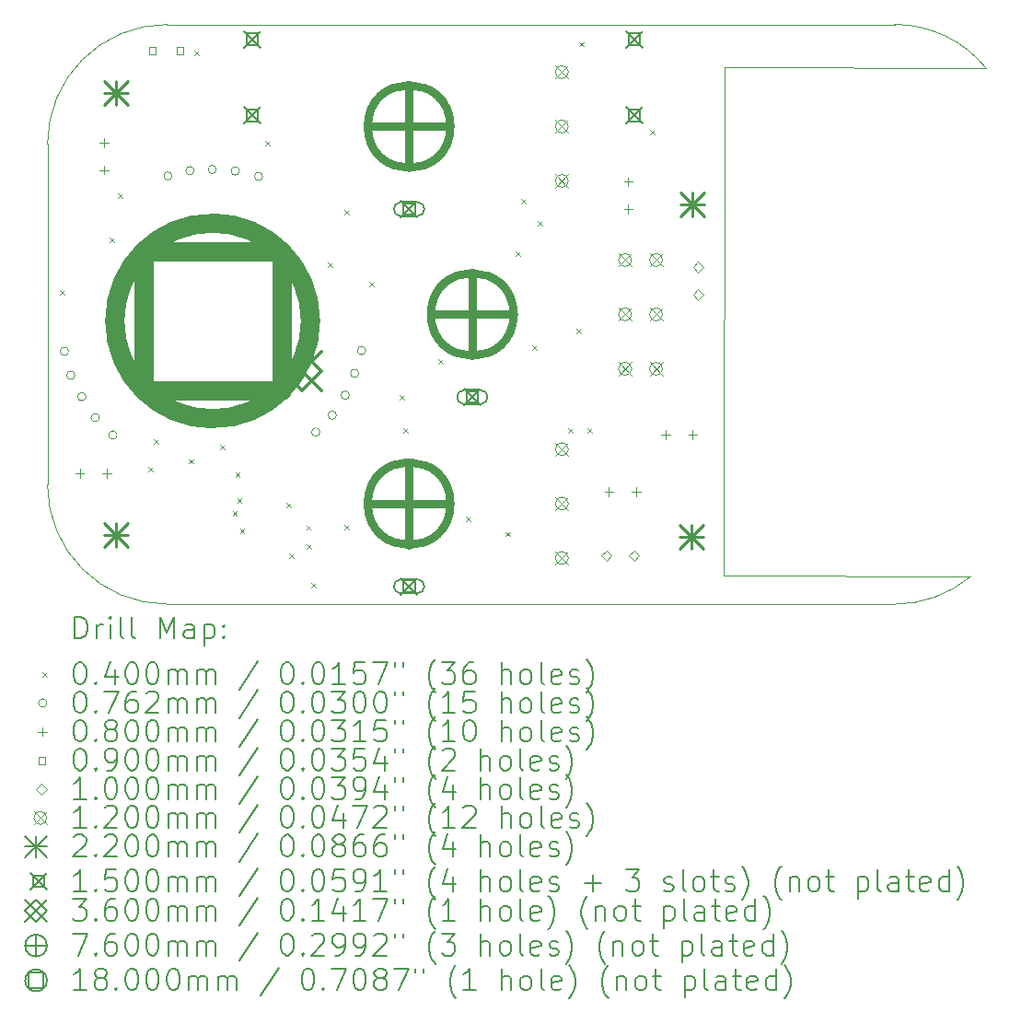
<source format=gbr>
%FSLAX45Y45*%
G04 Gerber Fmt 4.5, Leading zero omitted, Abs format (unit mm)*
G04 Created by KiCad (PCBNEW (6.0.5)) date 2022-05-30 10:59:34*
%MOMM*%
%LPD*%
G01*
G04 APERTURE LIST*
%TA.AperFunction,Profile*%
%ADD10C,0.100000*%
%TD*%
%ADD11C,0.200000*%
%ADD12C,0.040000*%
%ADD13C,0.076200*%
%ADD14C,0.080000*%
%ADD15C,0.090000*%
%ADD16C,0.100000*%
%ADD17C,0.120000*%
%ADD18C,0.220000*%
%ADD19C,0.150000*%
%ADD20C,0.360000*%
%ADD21C,0.760000*%
%ADD22C,1.800000*%
G04 APERTURE END LIST*
D10*
X9090000Y-5640000D02*
G75*
G03*
X7990000Y-6740000I0J-1100000D01*
G01*
X14220000Y-6032500D02*
X14210000Y-10710000D01*
X14220000Y-6032500D02*
X16620000Y-6040000D01*
X7990000Y-9870000D02*
G75*
G03*
X9090000Y-10970000I1100000J0D01*
G01*
X7990000Y-6740000D02*
X7990000Y-9870000D01*
X15780000Y-10970309D02*
X9090000Y-10970000D01*
X16620001Y-6039999D02*
G75*
G03*
X15780000Y-5640000I-840251J-682531D01*
G01*
X15780000Y-5640000D02*
X9090000Y-5640000D01*
X14210000Y-10710000D02*
X16480000Y-10716874D01*
X15780000Y-10970308D02*
G75*
G03*
X16480000Y-10716874I-50J1093578D01*
G01*
D11*
D12*
X8108000Y-8082600D02*
X8148000Y-8122600D01*
X8148000Y-8082600D02*
X8108000Y-8122600D01*
X8565200Y-7600000D02*
X8605200Y-7640000D01*
X8605200Y-7600000D02*
X8565200Y-7640000D01*
X8641400Y-7193600D02*
X8681400Y-7233600D01*
X8681400Y-7193600D02*
X8641400Y-7233600D01*
X8920800Y-9708200D02*
X8960800Y-9748200D01*
X8960800Y-9708200D02*
X8920800Y-9748200D01*
X8971600Y-9454200D02*
X9011600Y-9494200D01*
X9011600Y-9454200D02*
X8971600Y-9494200D01*
X9291990Y-9637940D02*
X9331990Y-9677940D01*
X9331990Y-9637940D02*
X9291990Y-9677940D01*
X9340200Y-5881090D02*
X9380200Y-5921090D01*
X9380200Y-5881090D02*
X9340200Y-5921090D01*
X9581200Y-9505000D02*
X9621200Y-9545000D01*
X9621200Y-9505000D02*
X9581200Y-9545000D01*
X9692550Y-10115980D02*
X9732550Y-10155980D01*
X9732550Y-10115980D02*
X9692550Y-10155980D01*
X9718590Y-9758550D02*
X9758590Y-9798550D01*
X9758590Y-9758550D02*
X9718590Y-9798550D01*
X9734320Y-9996000D02*
X9774320Y-10036000D01*
X9774320Y-9996000D02*
X9734320Y-10036000D01*
X9759610Y-10274440D02*
X9799610Y-10314440D01*
X9799610Y-10274440D02*
X9759610Y-10314440D01*
X9990400Y-6711540D02*
X10030400Y-6751540D01*
X10030400Y-6711540D02*
X9990400Y-6751540D01*
X10190800Y-10038400D02*
X10230800Y-10078400D01*
X10230800Y-10038400D02*
X10190800Y-10078400D01*
X10210490Y-10504000D02*
X10250490Y-10544000D01*
X10250490Y-10504000D02*
X10210490Y-10544000D01*
X10369330Y-10247400D02*
X10409330Y-10287400D01*
X10409330Y-10247400D02*
X10369330Y-10287400D01*
X10371770Y-10418410D02*
X10411770Y-10458410D01*
X10411770Y-10418410D02*
X10371770Y-10458410D01*
X10419400Y-10775000D02*
X10459400Y-10815000D01*
X10459400Y-10775000D02*
X10419400Y-10815000D01*
X10571800Y-7828600D02*
X10611800Y-7868600D01*
X10611800Y-7828600D02*
X10571800Y-7868600D01*
X10724200Y-7346000D02*
X10764200Y-7386000D01*
X10764200Y-7346000D02*
X10724200Y-7386000D01*
X10724200Y-10241600D02*
X10764200Y-10281600D01*
X10764200Y-10241600D02*
X10724200Y-10281600D01*
X10952800Y-8006400D02*
X10992800Y-8046400D01*
X10992800Y-8006400D02*
X10952800Y-8046400D01*
X11232200Y-9047800D02*
X11272200Y-9087800D01*
X11272200Y-9047800D02*
X11232200Y-9087800D01*
X11263570Y-9352170D02*
X11303570Y-9392170D01*
X11303570Y-9352170D02*
X11263570Y-9392170D01*
X11587800Y-8717600D02*
X11627800Y-8757600D01*
X11627800Y-8717600D02*
X11587800Y-8757600D01*
X11841800Y-10165400D02*
X11881800Y-10205400D01*
X11881800Y-10165400D02*
X11841800Y-10205400D01*
X12202110Y-10306180D02*
X12242110Y-10346180D01*
X12242110Y-10306180D02*
X12202110Y-10346180D01*
X12299000Y-7727000D02*
X12339000Y-7767000D01*
X12339000Y-7727000D02*
X12299000Y-7767000D01*
X12349800Y-7244400D02*
X12389800Y-7284400D01*
X12389800Y-7244400D02*
X12349800Y-7284400D01*
X12451400Y-8590600D02*
X12491400Y-8630600D01*
X12491400Y-8590600D02*
X12451400Y-8630600D01*
X12502200Y-7447600D02*
X12542200Y-7487600D01*
X12542200Y-7447600D02*
X12502200Y-7487600D01*
X12781600Y-9352600D02*
X12821600Y-9392600D01*
X12821600Y-9352600D02*
X12781600Y-9392600D01*
X12857800Y-8438200D02*
X12897800Y-8478200D01*
X12897800Y-8438200D02*
X12857800Y-8478200D01*
X12883270Y-5802140D02*
X12923270Y-5842140D01*
X12923270Y-5802140D02*
X12883270Y-5842140D01*
X12959400Y-9352600D02*
X12999400Y-9392600D01*
X12999400Y-9352600D02*
X12959400Y-9392600D01*
X13533270Y-6612950D02*
X13573270Y-6652950D01*
X13573270Y-6612950D02*
X13533270Y-6652950D01*
D13*
X8183946Y-8644949D02*
G75*
G03*
X8183946Y-8644949I-38100J0D01*
G01*
X8241985Y-8865474D02*
G75*
G03*
X8241985Y-8865474I-38100J0D01*
G01*
X8344025Y-9062212D02*
G75*
G03*
X8344025Y-9062212I-38100J0D01*
G01*
X8466985Y-9255186D02*
G75*
G03*
X8466985Y-9255186I-38100J0D01*
G01*
X8628947Y-9415711D02*
G75*
G03*
X8628947Y-9415711I-38100J0D01*
G01*
X9135568Y-7033205D02*
G75*
G03*
X9135568Y-7033205I-38100J0D01*
G01*
X9338773Y-6985167D02*
G75*
G03*
X9338773Y-6985167I-38100J0D01*
G01*
X9543389Y-6972572D02*
G75*
G03*
X9543389Y-6972572I-38100J0D01*
G01*
X9755542Y-6987032D02*
G75*
G03*
X9755542Y-6987032I-38100J0D01*
G01*
X9969106Y-7036936D02*
G75*
G03*
X9969106Y-7036936I-38100J0D01*
G01*
X10495568Y-9388795D02*
G75*
G03*
X10495568Y-9388795I-38100J0D01*
G01*
X10647433Y-9231833D02*
G75*
G03*
X10647433Y-9231833I-38100J0D01*
G01*
X10765709Y-9049693D02*
G75*
G03*
X10765709Y-9049693I-38100J0D01*
G01*
X10852863Y-8847647D02*
G75*
G03*
X10852863Y-8847647I-38100J0D01*
G01*
X10916427Y-8637743D02*
G75*
G03*
X10916427Y-8637743I-38100J0D01*
G01*
D14*
X8286890Y-9726300D02*
X8286890Y-9806300D01*
X8246890Y-9766300D02*
X8326890Y-9766300D01*
X8509000Y-6688510D02*
X8509000Y-6768510D01*
X8469000Y-6728510D02*
X8549000Y-6728510D01*
X8509000Y-6938510D02*
X8509000Y-7018510D01*
X8469000Y-6978510D02*
X8549000Y-6978510D01*
X8536890Y-9726300D02*
X8536890Y-9806300D01*
X8496890Y-9766300D02*
X8576890Y-9766300D01*
X13154000Y-9896000D02*
X13154000Y-9976000D01*
X13114000Y-9936000D02*
X13194000Y-9936000D01*
X13331000Y-7045760D02*
X13331000Y-7125760D01*
X13291000Y-7085760D02*
X13371000Y-7085760D01*
X13331000Y-7295760D02*
X13331000Y-7375760D01*
X13291000Y-7335760D02*
X13371000Y-7335760D01*
X13404000Y-9896000D02*
X13404000Y-9976000D01*
X13364000Y-9936000D02*
X13444000Y-9936000D01*
X13674000Y-9371000D02*
X13674000Y-9451000D01*
X13634000Y-9411000D02*
X13714000Y-9411000D01*
X13924000Y-9371000D02*
X13924000Y-9451000D01*
X13884000Y-9411000D02*
X13964000Y-9411000D01*
D15*
X8985320Y-5911920D02*
X8985320Y-5848280D01*
X8921680Y-5848280D01*
X8921680Y-5911920D01*
X8985320Y-5911920D01*
X9239320Y-5911920D02*
X9239320Y-5848280D01*
X9175680Y-5848280D01*
X9175680Y-5911920D01*
X9239320Y-5911920D01*
D16*
X13129000Y-10575000D02*
X13179000Y-10525000D01*
X13129000Y-10475000D01*
X13079000Y-10525000D01*
X13129000Y-10575000D01*
X13383000Y-10575000D02*
X13433000Y-10525000D01*
X13383000Y-10475000D01*
X13333000Y-10525000D01*
X13383000Y-10575000D01*
X13975000Y-7921500D02*
X14025000Y-7871500D01*
X13975000Y-7821500D01*
X13925000Y-7871500D01*
X13975000Y-7921500D01*
X13975000Y-8175500D02*
X14025000Y-8125500D01*
X13975000Y-8075500D01*
X13925000Y-8125500D01*
X13975000Y-8175500D01*
D17*
X12660670Y-6018600D02*
X12780670Y-6138600D01*
X12780670Y-6018600D02*
X12660670Y-6138600D01*
X12780670Y-6078600D02*
G75*
G03*
X12780670Y-6078600I-60000J0D01*
G01*
X12660670Y-6518600D02*
X12780670Y-6638600D01*
X12780670Y-6518600D02*
X12660670Y-6638600D01*
X12780670Y-6578600D02*
G75*
G03*
X12780670Y-6578600I-60000J0D01*
G01*
X12660670Y-7018600D02*
X12780670Y-7138600D01*
X12780670Y-7018600D02*
X12660670Y-7138600D01*
X12780670Y-7078600D02*
G75*
G03*
X12780670Y-7078600I-60000J0D01*
G01*
X12660770Y-9485700D02*
X12780770Y-9605700D01*
X12780770Y-9485700D02*
X12660770Y-9605700D01*
X12780770Y-9545700D02*
G75*
G03*
X12780770Y-9545700I-60000J0D01*
G01*
X12660770Y-9985700D02*
X12780770Y-10105700D01*
X12780770Y-9985700D02*
X12660770Y-10105700D01*
X12780770Y-10045700D02*
G75*
G03*
X12780770Y-10045700I-60000J0D01*
G01*
X12660770Y-10485700D02*
X12780770Y-10605700D01*
X12780770Y-10485700D02*
X12660770Y-10605700D01*
X12780770Y-10545700D02*
G75*
G03*
X12780770Y-10545700I-60000J0D01*
G01*
X13242070Y-7745800D02*
X13362070Y-7865800D01*
X13362070Y-7745800D02*
X13242070Y-7865800D01*
X13362070Y-7805800D02*
G75*
G03*
X13362070Y-7805800I-60000J0D01*
G01*
X13242070Y-8245800D02*
X13362070Y-8365800D01*
X13362070Y-8245800D02*
X13242070Y-8365800D01*
X13362070Y-8305800D02*
G75*
G03*
X13362070Y-8305800I-60000J0D01*
G01*
X13242070Y-8745800D02*
X13362070Y-8865800D01*
X13362070Y-8745800D02*
X13242070Y-8865800D01*
X13362070Y-8805800D02*
G75*
G03*
X13362070Y-8805800I-60000J0D01*
G01*
X13527070Y-7745800D02*
X13647070Y-7865800D01*
X13647070Y-7745800D02*
X13527070Y-7865800D01*
X13647070Y-7805800D02*
G75*
G03*
X13647070Y-7805800I-60000J0D01*
G01*
X13527070Y-8245800D02*
X13647070Y-8365800D01*
X13647070Y-8245800D02*
X13527070Y-8365800D01*
X13647070Y-8305800D02*
G75*
G03*
X13647070Y-8305800I-60000J0D01*
G01*
X13527070Y-8745800D02*
X13647070Y-8865800D01*
X13647070Y-8745800D02*
X13527070Y-8865800D01*
X13647070Y-8805800D02*
G75*
G03*
X13647070Y-8805800I-60000J0D01*
G01*
D18*
X8513000Y-6163000D02*
X8733000Y-6383000D01*
X8733000Y-6163000D02*
X8513000Y-6383000D01*
X8623000Y-6163000D02*
X8623000Y-6383000D01*
X8513000Y-6273000D02*
X8733000Y-6273000D01*
X8513000Y-10228000D02*
X8733000Y-10448000D01*
X8733000Y-10228000D02*
X8513000Y-10448000D01*
X8623000Y-10228000D02*
X8623000Y-10448000D01*
X8513000Y-10338000D02*
X8733000Y-10338000D01*
X13806000Y-10241000D02*
X14026000Y-10461000D01*
X14026000Y-10241000D02*
X13806000Y-10461000D01*
X13916000Y-10241000D02*
X13916000Y-10461000D01*
X13806000Y-10351000D02*
X14026000Y-10351000D01*
X13813000Y-7188000D02*
X14033000Y-7408000D01*
X14033000Y-7188000D02*
X13813000Y-7408000D01*
X13923000Y-7188000D02*
X13923000Y-7408000D01*
X13813000Y-7298000D02*
X14033000Y-7298000D01*
D19*
X9797900Y-5701650D02*
X9947900Y-5851650D01*
X9947900Y-5701650D02*
X9797900Y-5851650D01*
X9925934Y-5829683D02*
X9925934Y-5723616D01*
X9819867Y-5723616D01*
X9819867Y-5829683D01*
X9925934Y-5829683D01*
X9797900Y-6401650D02*
X9947900Y-6551650D01*
X9947900Y-6401650D02*
X9797900Y-6551650D01*
X9925934Y-6529683D02*
X9925934Y-6423616D01*
X9819867Y-6423616D01*
X9819867Y-6529683D01*
X9925934Y-6529683D01*
X11240670Y-7263600D02*
X11390670Y-7413600D01*
X11390670Y-7263600D02*
X11240670Y-7413600D01*
X11368703Y-7391633D02*
X11368703Y-7285566D01*
X11262636Y-7285566D01*
X11262636Y-7391633D01*
X11368703Y-7391633D01*
D11*
X11240670Y-7403600D02*
X11390670Y-7403600D01*
X11240670Y-7273600D02*
X11390670Y-7273600D01*
X11390670Y-7403600D02*
G75*
G03*
X11390670Y-7273600I0J65000D01*
G01*
X11240670Y-7273600D02*
G75*
G03*
X11240670Y-7403600I0J-65000D01*
G01*
D19*
X11240770Y-10730700D02*
X11390770Y-10880700D01*
X11390770Y-10730700D02*
X11240770Y-10880700D01*
X11368803Y-10858734D02*
X11368803Y-10752667D01*
X11262736Y-10752667D01*
X11262736Y-10858734D01*
X11368803Y-10858734D01*
D11*
X11240770Y-10870700D02*
X11390770Y-10870700D01*
X11240770Y-10740700D02*
X11390770Y-10740700D01*
X11390770Y-10870700D02*
G75*
G03*
X11390770Y-10740700I0J65000D01*
G01*
X11240770Y-10740700D02*
G75*
G03*
X11240770Y-10870700I0J-65000D01*
G01*
D19*
X11822070Y-8990800D02*
X11972070Y-9140800D01*
X11972070Y-8990800D02*
X11822070Y-9140800D01*
X11950103Y-9118834D02*
X11950103Y-9012767D01*
X11844036Y-9012767D01*
X11844036Y-9118834D01*
X11950103Y-9118834D01*
D11*
X11822070Y-9130800D02*
X11972070Y-9130800D01*
X11822070Y-9000800D02*
X11972070Y-9000800D01*
X11972070Y-9130800D02*
G75*
G03*
X11972070Y-9000800I0J65000D01*
G01*
X11822070Y-9000800D02*
G75*
G03*
X11822070Y-9130800I0J-65000D01*
G01*
D19*
X13310800Y-5701650D02*
X13460800Y-5851650D01*
X13460800Y-5701650D02*
X13310800Y-5851650D01*
X13438833Y-5829683D02*
X13438833Y-5723616D01*
X13332766Y-5723616D01*
X13332766Y-5829683D01*
X13438833Y-5829683D01*
X13310800Y-6401650D02*
X13460800Y-6551650D01*
X13460800Y-6401650D02*
X13310800Y-6551650D01*
X13438833Y-6529683D02*
X13438833Y-6423616D01*
X13332766Y-6423616D01*
X13332766Y-6529683D01*
X13438833Y-6529683D01*
D20*
X10149692Y-8647481D02*
X10509692Y-9007481D01*
X10509692Y-8647481D02*
X10149692Y-9007481D01*
X10329692Y-9007481D02*
X10509692Y-8827481D01*
X10329692Y-8647481D01*
X10149692Y-8827481D01*
X10329692Y-9007481D01*
D21*
X11315670Y-6198600D02*
X11315670Y-6958600D01*
X10935670Y-6578600D02*
X11695670Y-6578600D01*
X11695670Y-6578600D02*
G75*
G03*
X11695670Y-6578600I-380000J0D01*
G01*
X11315770Y-9665700D02*
X11315770Y-10425700D01*
X10935770Y-10045700D02*
X11695770Y-10045700D01*
X11695770Y-10045700D02*
G75*
G03*
X11695770Y-10045700I-380000J0D01*
G01*
X11897070Y-7925800D02*
X11897070Y-8685800D01*
X11517070Y-8305800D02*
X12277070Y-8305800D01*
X12277070Y-8305800D02*
G75*
G03*
X12277070Y-8305800I-380000J0D01*
G01*
D22*
X10145402Y-9002402D02*
X10145402Y-7729598D01*
X8872598Y-7729598D01*
X8872598Y-9002402D01*
X10145402Y-9002402D01*
X10409000Y-8366000D02*
G75*
G03*
X10409000Y-8366000I-900000J0D01*
G01*
D11*
X8242619Y-11285785D02*
X8242619Y-11085785D01*
X8290238Y-11085785D01*
X8318809Y-11095309D01*
X8337857Y-11114357D01*
X8347381Y-11133404D01*
X8356905Y-11171500D01*
X8356905Y-11200071D01*
X8347381Y-11238166D01*
X8337857Y-11257214D01*
X8318809Y-11276261D01*
X8290238Y-11285785D01*
X8242619Y-11285785D01*
X8442619Y-11285785D02*
X8442619Y-11152452D01*
X8442619Y-11190547D02*
X8452143Y-11171500D01*
X8461667Y-11161976D01*
X8480714Y-11152452D01*
X8499762Y-11152452D01*
X8566429Y-11285785D02*
X8566429Y-11152452D01*
X8566429Y-11085785D02*
X8556905Y-11095309D01*
X8566429Y-11104833D01*
X8575952Y-11095309D01*
X8566429Y-11085785D01*
X8566429Y-11104833D01*
X8690238Y-11285785D02*
X8671190Y-11276261D01*
X8661667Y-11257214D01*
X8661667Y-11085785D01*
X8795000Y-11285785D02*
X8775952Y-11276261D01*
X8766429Y-11257214D01*
X8766429Y-11085785D01*
X9023571Y-11285785D02*
X9023571Y-11085785D01*
X9090238Y-11228642D01*
X9156905Y-11085785D01*
X9156905Y-11285785D01*
X9337857Y-11285785D02*
X9337857Y-11181023D01*
X9328333Y-11161976D01*
X9309286Y-11152452D01*
X9271190Y-11152452D01*
X9252143Y-11161976D01*
X9337857Y-11276261D02*
X9318810Y-11285785D01*
X9271190Y-11285785D01*
X9252143Y-11276261D01*
X9242619Y-11257214D01*
X9242619Y-11238166D01*
X9252143Y-11219119D01*
X9271190Y-11209595D01*
X9318810Y-11209595D01*
X9337857Y-11200071D01*
X9433095Y-11152452D02*
X9433095Y-11352452D01*
X9433095Y-11161976D02*
X9452143Y-11152452D01*
X9490238Y-11152452D01*
X9509286Y-11161976D01*
X9518810Y-11171500D01*
X9528333Y-11190547D01*
X9528333Y-11247690D01*
X9518810Y-11266738D01*
X9509286Y-11276261D01*
X9490238Y-11285785D01*
X9452143Y-11285785D01*
X9433095Y-11276261D01*
X9614048Y-11266738D02*
X9623571Y-11276261D01*
X9614048Y-11285785D01*
X9604524Y-11276261D01*
X9614048Y-11266738D01*
X9614048Y-11285785D01*
X9614048Y-11161976D02*
X9623571Y-11171500D01*
X9614048Y-11181023D01*
X9604524Y-11171500D01*
X9614048Y-11161976D01*
X9614048Y-11181023D01*
D12*
X7945000Y-11595309D02*
X7985000Y-11635309D01*
X7985000Y-11595309D02*
X7945000Y-11635309D01*
D11*
X8280714Y-11505785D02*
X8299762Y-11505785D01*
X8318809Y-11515309D01*
X8328333Y-11524833D01*
X8337857Y-11543880D01*
X8347381Y-11581976D01*
X8347381Y-11629595D01*
X8337857Y-11667690D01*
X8328333Y-11686738D01*
X8318809Y-11696261D01*
X8299762Y-11705785D01*
X8280714Y-11705785D01*
X8261667Y-11696261D01*
X8252143Y-11686738D01*
X8242619Y-11667690D01*
X8233095Y-11629595D01*
X8233095Y-11581976D01*
X8242619Y-11543880D01*
X8252143Y-11524833D01*
X8261667Y-11515309D01*
X8280714Y-11505785D01*
X8433095Y-11686738D02*
X8442619Y-11696261D01*
X8433095Y-11705785D01*
X8423571Y-11696261D01*
X8433095Y-11686738D01*
X8433095Y-11705785D01*
X8614048Y-11572452D02*
X8614048Y-11705785D01*
X8566429Y-11496261D02*
X8518810Y-11639119D01*
X8642619Y-11639119D01*
X8756905Y-11505785D02*
X8775952Y-11505785D01*
X8795000Y-11515309D01*
X8804524Y-11524833D01*
X8814048Y-11543880D01*
X8823571Y-11581976D01*
X8823571Y-11629595D01*
X8814048Y-11667690D01*
X8804524Y-11686738D01*
X8795000Y-11696261D01*
X8775952Y-11705785D01*
X8756905Y-11705785D01*
X8737857Y-11696261D01*
X8728333Y-11686738D01*
X8718810Y-11667690D01*
X8709286Y-11629595D01*
X8709286Y-11581976D01*
X8718810Y-11543880D01*
X8728333Y-11524833D01*
X8737857Y-11515309D01*
X8756905Y-11505785D01*
X8947381Y-11505785D02*
X8966429Y-11505785D01*
X8985476Y-11515309D01*
X8995000Y-11524833D01*
X9004524Y-11543880D01*
X9014048Y-11581976D01*
X9014048Y-11629595D01*
X9004524Y-11667690D01*
X8995000Y-11686738D01*
X8985476Y-11696261D01*
X8966429Y-11705785D01*
X8947381Y-11705785D01*
X8928333Y-11696261D01*
X8918810Y-11686738D01*
X8909286Y-11667690D01*
X8899762Y-11629595D01*
X8899762Y-11581976D01*
X8909286Y-11543880D01*
X8918810Y-11524833D01*
X8928333Y-11515309D01*
X8947381Y-11505785D01*
X9099762Y-11705785D02*
X9099762Y-11572452D01*
X9099762Y-11591499D02*
X9109286Y-11581976D01*
X9128333Y-11572452D01*
X9156905Y-11572452D01*
X9175952Y-11581976D01*
X9185476Y-11601023D01*
X9185476Y-11705785D01*
X9185476Y-11601023D02*
X9195000Y-11581976D01*
X9214048Y-11572452D01*
X9242619Y-11572452D01*
X9261667Y-11581976D01*
X9271190Y-11601023D01*
X9271190Y-11705785D01*
X9366429Y-11705785D02*
X9366429Y-11572452D01*
X9366429Y-11591499D02*
X9375952Y-11581976D01*
X9395000Y-11572452D01*
X9423571Y-11572452D01*
X9442619Y-11581976D01*
X9452143Y-11601023D01*
X9452143Y-11705785D01*
X9452143Y-11601023D02*
X9461667Y-11581976D01*
X9480714Y-11572452D01*
X9509286Y-11572452D01*
X9528333Y-11581976D01*
X9537857Y-11601023D01*
X9537857Y-11705785D01*
X9928333Y-11496261D02*
X9756905Y-11753404D01*
X10185476Y-11505785D02*
X10204524Y-11505785D01*
X10223571Y-11515309D01*
X10233095Y-11524833D01*
X10242619Y-11543880D01*
X10252143Y-11581976D01*
X10252143Y-11629595D01*
X10242619Y-11667690D01*
X10233095Y-11686738D01*
X10223571Y-11696261D01*
X10204524Y-11705785D01*
X10185476Y-11705785D01*
X10166429Y-11696261D01*
X10156905Y-11686738D01*
X10147381Y-11667690D01*
X10137857Y-11629595D01*
X10137857Y-11581976D01*
X10147381Y-11543880D01*
X10156905Y-11524833D01*
X10166429Y-11515309D01*
X10185476Y-11505785D01*
X10337857Y-11686738D02*
X10347381Y-11696261D01*
X10337857Y-11705785D01*
X10328333Y-11696261D01*
X10337857Y-11686738D01*
X10337857Y-11705785D01*
X10471190Y-11505785D02*
X10490238Y-11505785D01*
X10509286Y-11515309D01*
X10518810Y-11524833D01*
X10528333Y-11543880D01*
X10537857Y-11581976D01*
X10537857Y-11629595D01*
X10528333Y-11667690D01*
X10518810Y-11686738D01*
X10509286Y-11696261D01*
X10490238Y-11705785D01*
X10471190Y-11705785D01*
X10452143Y-11696261D01*
X10442619Y-11686738D01*
X10433095Y-11667690D01*
X10423571Y-11629595D01*
X10423571Y-11581976D01*
X10433095Y-11543880D01*
X10442619Y-11524833D01*
X10452143Y-11515309D01*
X10471190Y-11505785D01*
X10728333Y-11705785D02*
X10614048Y-11705785D01*
X10671190Y-11705785D02*
X10671190Y-11505785D01*
X10652143Y-11534357D01*
X10633095Y-11553404D01*
X10614048Y-11562928D01*
X10909286Y-11505785D02*
X10814048Y-11505785D01*
X10804524Y-11601023D01*
X10814048Y-11591499D01*
X10833095Y-11581976D01*
X10880714Y-11581976D01*
X10899762Y-11591499D01*
X10909286Y-11601023D01*
X10918810Y-11620071D01*
X10918810Y-11667690D01*
X10909286Y-11686738D01*
X10899762Y-11696261D01*
X10880714Y-11705785D01*
X10833095Y-11705785D01*
X10814048Y-11696261D01*
X10804524Y-11686738D01*
X10985476Y-11505785D02*
X11118810Y-11505785D01*
X11033095Y-11705785D01*
X11185476Y-11505785D02*
X11185476Y-11543880D01*
X11261667Y-11505785D02*
X11261667Y-11543880D01*
X11556905Y-11781976D02*
X11547381Y-11772452D01*
X11528333Y-11743880D01*
X11518809Y-11724833D01*
X11509286Y-11696261D01*
X11499762Y-11648642D01*
X11499762Y-11610547D01*
X11509286Y-11562928D01*
X11518809Y-11534357D01*
X11528333Y-11515309D01*
X11547381Y-11486738D01*
X11556905Y-11477214D01*
X11614048Y-11505785D02*
X11737857Y-11505785D01*
X11671190Y-11581976D01*
X11699762Y-11581976D01*
X11718809Y-11591499D01*
X11728333Y-11601023D01*
X11737857Y-11620071D01*
X11737857Y-11667690D01*
X11728333Y-11686738D01*
X11718809Y-11696261D01*
X11699762Y-11705785D01*
X11642619Y-11705785D01*
X11623571Y-11696261D01*
X11614048Y-11686738D01*
X11909286Y-11505785D02*
X11871190Y-11505785D01*
X11852143Y-11515309D01*
X11842619Y-11524833D01*
X11823571Y-11553404D01*
X11814048Y-11591499D01*
X11814048Y-11667690D01*
X11823571Y-11686738D01*
X11833095Y-11696261D01*
X11852143Y-11705785D01*
X11890238Y-11705785D01*
X11909286Y-11696261D01*
X11918809Y-11686738D01*
X11928333Y-11667690D01*
X11928333Y-11620071D01*
X11918809Y-11601023D01*
X11909286Y-11591499D01*
X11890238Y-11581976D01*
X11852143Y-11581976D01*
X11833095Y-11591499D01*
X11823571Y-11601023D01*
X11814048Y-11620071D01*
X12166428Y-11705785D02*
X12166428Y-11505785D01*
X12252143Y-11705785D02*
X12252143Y-11601023D01*
X12242619Y-11581976D01*
X12223571Y-11572452D01*
X12195000Y-11572452D01*
X12175952Y-11581976D01*
X12166428Y-11591499D01*
X12375952Y-11705785D02*
X12356905Y-11696261D01*
X12347381Y-11686738D01*
X12337857Y-11667690D01*
X12337857Y-11610547D01*
X12347381Y-11591499D01*
X12356905Y-11581976D01*
X12375952Y-11572452D01*
X12404524Y-11572452D01*
X12423571Y-11581976D01*
X12433095Y-11591499D01*
X12442619Y-11610547D01*
X12442619Y-11667690D01*
X12433095Y-11686738D01*
X12423571Y-11696261D01*
X12404524Y-11705785D01*
X12375952Y-11705785D01*
X12556905Y-11705785D02*
X12537857Y-11696261D01*
X12528333Y-11677214D01*
X12528333Y-11505785D01*
X12709286Y-11696261D02*
X12690238Y-11705785D01*
X12652143Y-11705785D01*
X12633095Y-11696261D01*
X12623571Y-11677214D01*
X12623571Y-11601023D01*
X12633095Y-11581976D01*
X12652143Y-11572452D01*
X12690238Y-11572452D01*
X12709286Y-11581976D01*
X12718809Y-11601023D01*
X12718809Y-11620071D01*
X12623571Y-11639119D01*
X12795000Y-11696261D02*
X12814048Y-11705785D01*
X12852143Y-11705785D01*
X12871190Y-11696261D01*
X12880714Y-11677214D01*
X12880714Y-11667690D01*
X12871190Y-11648642D01*
X12852143Y-11639119D01*
X12823571Y-11639119D01*
X12804524Y-11629595D01*
X12795000Y-11610547D01*
X12795000Y-11601023D01*
X12804524Y-11581976D01*
X12823571Y-11572452D01*
X12852143Y-11572452D01*
X12871190Y-11581976D01*
X12947381Y-11781976D02*
X12956905Y-11772452D01*
X12975952Y-11743880D01*
X12985476Y-11724833D01*
X12995000Y-11696261D01*
X13004524Y-11648642D01*
X13004524Y-11610547D01*
X12995000Y-11562928D01*
X12985476Y-11534357D01*
X12975952Y-11515309D01*
X12956905Y-11486738D01*
X12947381Y-11477214D01*
D13*
X7985000Y-11879309D02*
G75*
G03*
X7985000Y-11879309I-38100J0D01*
G01*
D11*
X8280714Y-11769785D02*
X8299762Y-11769785D01*
X8318809Y-11779309D01*
X8328333Y-11788833D01*
X8337857Y-11807880D01*
X8347381Y-11845976D01*
X8347381Y-11893595D01*
X8337857Y-11931690D01*
X8328333Y-11950738D01*
X8318809Y-11960261D01*
X8299762Y-11969785D01*
X8280714Y-11969785D01*
X8261667Y-11960261D01*
X8252143Y-11950738D01*
X8242619Y-11931690D01*
X8233095Y-11893595D01*
X8233095Y-11845976D01*
X8242619Y-11807880D01*
X8252143Y-11788833D01*
X8261667Y-11779309D01*
X8280714Y-11769785D01*
X8433095Y-11950738D02*
X8442619Y-11960261D01*
X8433095Y-11969785D01*
X8423571Y-11960261D01*
X8433095Y-11950738D01*
X8433095Y-11969785D01*
X8509286Y-11769785D02*
X8642619Y-11769785D01*
X8556905Y-11969785D01*
X8804524Y-11769785D02*
X8766429Y-11769785D01*
X8747381Y-11779309D01*
X8737857Y-11788833D01*
X8718810Y-11817404D01*
X8709286Y-11855499D01*
X8709286Y-11931690D01*
X8718810Y-11950738D01*
X8728333Y-11960261D01*
X8747381Y-11969785D01*
X8785476Y-11969785D01*
X8804524Y-11960261D01*
X8814048Y-11950738D01*
X8823571Y-11931690D01*
X8823571Y-11884071D01*
X8814048Y-11865023D01*
X8804524Y-11855499D01*
X8785476Y-11845976D01*
X8747381Y-11845976D01*
X8728333Y-11855499D01*
X8718810Y-11865023D01*
X8709286Y-11884071D01*
X8899762Y-11788833D02*
X8909286Y-11779309D01*
X8928333Y-11769785D01*
X8975952Y-11769785D01*
X8995000Y-11779309D01*
X9004524Y-11788833D01*
X9014048Y-11807880D01*
X9014048Y-11826928D01*
X9004524Y-11855499D01*
X8890238Y-11969785D01*
X9014048Y-11969785D01*
X9099762Y-11969785D02*
X9099762Y-11836452D01*
X9099762Y-11855499D02*
X9109286Y-11845976D01*
X9128333Y-11836452D01*
X9156905Y-11836452D01*
X9175952Y-11845976D01*
X9185476Y-11865023D01*
X9185476Y-11969785D01*
X9185476Y-11865023D02*
X9195000Y-11845976D01*
X9214048Y-11836452D01*
X9242619Y-11836452D01*
X9261667Y-11845976D01*
X9271190Y-11865023D01*
X9271190Y-11969785D01*
X9366429Y-11969785D02*
X9366429Y-11836452D01*
X9366429Y-11855499D02*
X9375952Y-11845976D01*
X9395000Y-11836452D01*
X9423571Y-11836452D01*
X9442619Y-11845976D01*
X9452143Y-11865023D01*
X9452143Y-11969785D01*
X9452143Y-11865023D02*
X9461667Y-11845976D01*
X9480714Y-11836452D01*
X9509286Y-11836452D01*
X9528333Y-11845976D01*
X9537857Y-11865023D01*
X9537857Y-11969785D01*
X9928333Y-11760261D02*
X9756905Y-12017404D01*
X10185476Y-11769785D02*
X10204524Y-11769785D01*
X10223571Y-11779309D01*
X10233095Y-11788833D01*
X10242619Y-11807880D01*
X10252143Y-11845976D01*
X10252143Y-11893595D01*
X10242619Y-11931690D01*
X10233095Y-11950738D01*
X10223571Y-11960261D01*
X10204524Y-11969785D01*
X10185476Y-11969785D01*
X10166429Y-11960261D01*
X10156905Y-11950738D01*
X10147381Y-11931690D01*
X10137857Y-11893595D01*
X10137857Y-11845976D01*
X10147381Y-11807880D01*
X10156905Y-11788833D01*
X10166429Y-11779309D01*
X10185476Y-11769785D01*
X10337857Y-11950738D02*
X10347381Y-11960261D01*
X10337857Y-11969785D01*
X10328333Y-11960261D01*
X10337857Y-11950738D01*
X10337857Y-11969785D01*
X10471190Y-11769785D02*
X10490238Y-11769785D01*
X10509286Y-11779309D01*
X10518810Y-11788833D01*
X10528333Y-11807880D01*
X10537857Y-11845976D01*
X10537857Y-11893595D01*
X10528333Y-11931690D01*
X10518810Y-11950738D01*
X10509286Y-11960261D01*
X10490238Y-11969785D01*
X10471190Y-11969785D01*
X10452143Y-11960261D01*
X10442619Y-11950738D01*
X10433095Y-11931690D01*
X10423571Y-11893595D01*
X10423571Y-11845976D01*
X10433095Y-11807880D01*
X10442619Y-11788833D01*
X10452143Y-11779309D01*
X10471190Y-11769785D01*
X10604524Y-11769785D02*
X10728333Y-11769785D01*
X10661667Y-11845976D01*
X10690238Y-11845976D01*
X10709286Y-11855499D01*
X10718810Y-11865023D01*
X10728333Y-11884071D01*
X10728333Y-11931690D01*
X10718810Y-11950738D01*
X10709286Y-11960261D01*
X10690238Y-11969785D01*
X10633095Y-11969785D01*
X10614048Y-11960261D01*
X10604524Y-11950738D01*
X10852143Y-11769785D02*
X10871190Y-11769785D01*
X10890238Y-11779309D01*
X10899762Y-11788833D01*
X10909286Y-11807880D01*
X10918810Y-11845976D01*
X10918810Y-11893595D01*
X10909286Y-11931690D01*
X10899762Y-11950738D01*
X10890238Y-11960261D01*
X10871190Y-11969785D01*
X10852143Y-11969785D01*
X10833095Y-11960261D01*
X10823571Y-11950738D01*
X10814048Y-11931690D01*
X10804524Y-11893595D01*
X10804524Y-11845976D01*
X10814048Y-11807880D01*
X10823571Y-11788833D01*
X10833095Y-11779309D01*
X10852143Y-11769785D01*
X11042619Y-11769785D02*
X11061667Y-11769785D01*
X11080714Y-11779309D01*
X11090238Y-11788833D01*
X11099762Y-11807880D01*
X11109286Y-11845976D01*
X11109286Y-11893595D01*
X11099762Y-11931690D01*
X11090238Y-11950738D01*
X11080714Y-11960261D01*
X11061667Y-11969785D01*
X11042619Y-11969785D01*
X11023571Y-11960261D01*
X11014048Y-11950738D01*
X11004524Y-11931690D01*
X10995000Y-11893595D01*
X10995000Y-11845976D01*
X11004524Y-11807880D01*
X11014048Y-11788833D01*
X11023571Y-11779309D01*
X11042619Y-11769785D01*
X11185476Y-11769785D02*
X11185476Y-11807880D01*
X11261667Y-11769785D02*
X11261667Y-11807880D01*
X11556905Y-12045976D02*
X11547381Y-12036452D01*
X11528333Y-12007880D01*
X11518809Y-11988833D01*
X11509286Y-11960261D01*
X11499762Y-11912642D01*
X11499762Y-11874547D01*
X11509286Y-11826928D01*
X11518809Y-11798357D01*
X11528333Y-11779309D01*
X11547381Y-11750738D01*
X11556905Y-11741214D01*
X11737857Y-11969785D02*
X11623571Y-11969785D01*
X11680714Y-11969785D02*
X11680714Y-11769785D01*
X11661667Y-11798357D01*
X11642619Y-11817404D01*
X11623571Y-11826928D01*
X11918809Y-11769785D02*
X11823571Y-11769785D01*
X11814048Y-11865023D01*
X11823571Y-11855499D01*
X11842619Y-11845976D01*
X11890238Y-11845976D01*
X11909286Y-11855499D01*
X11918809Y-11865023D01*
X11928333Y-11884071D01*
X11928333Y-11931690D01*
X11918809Y-11950738D01*
X11909286Y-11960261D01*
X11890238Y-11969785D01*
X11842619Y-11969785D01*
X11823571Y-11960261D01*
X11814048Y-11950738D01*
X12166428Y-11969785D02*
X12166428Y-11769785D01*
X12252143Y-11969785D02*
X12252143Y-11865023D01*
X12242619Y-11845976D01*
X12223571Y-11836452D01*
X12195000Y-11836452D01*
X12175952Y-11845976D01*
X12166428Y-11855499D01*
X12375952Y-11969785D02*
X12356905Y-11960261D01*
X12347381Y-11950738D01*
X12337857Y-11931690D01*
X12337857Y-11874547D01*
X12347381Y-11855499D01*
X12356905Y-11845976D01*
X12375952Y-11836452D01*
X12404524Y-11836452D01*
X12423571Y-11845976D01*
X12433095Y-11855499D01*
X12442619Y-11874547D01*
X12442619Y-11931690D01*
X12433095Y-11950738D01*
X12423571Y-11960261D01*
X12404524Y-11969785D01*
X12375952Y-11969785D01*
X12556905Y-11969785D02*
X12537857Y-11960261D01*
X12528333Y-11941214D01*
X12528333Y-11769785D01*
X12709286Y-11960261D02*
X12690238Y-11969785D01*
X12652143Y-11969785D01*
X12633095Y-11960261D01*
X12623571Y-11941214D01*
X12623571Y-11865023D01*
X12633095Y-11845976D01*
X12652143Y-11836452D01*
X12690238Y-11836452D01*
X12709286Y-11845976D01*
X12718809Y-11865023D01*
X12718809Y-11884071D01*
X12623571Y-11903119D01*
X12795000Y-11960261D02*
X12814048Y-11969785D01*
X12852143Y-11969785D01*
X12871190Y-11960261D01*
X12880714Y-11941214D01*
X12880714Y-11931690D01*
X12871190Y-11912642D01*
X12852143Y-11903119D01*
X12823571Y-11903119D01*
X12804524Y-11893595D01*
X12795000Y-11874547D01*
X12795000Y-11865023D01*
X12804524Y-11845976D01*
X12823571Y-11836452D01*
X12852143Y-11836452D01*
X12871190Y-11845976D01*
X12947381Y-12045976D02*
X12956905Y-12036452D01*
X12975952Y-12007880D01*
X12985476Y-11988833D01*
X12995000Y-11960261D01*
X13004524Y-11912642D01*
X13004524Y-11874547D01*
X12995000Y-11826928D01*
X12985476Y-11798357D01*
X12975952Y-11779309D01*
X12956905Y-11750738D01*
X12947381Y-11741214D01*
D14*
X7945000Y-12103309D02*
X7945000Y-12183309D01*
X7905000Y-12143309D02*
X7985000Y-12143309D01*
D11*
X8280714Y-12033785D02*
X8299762Y-12033785D01*
X8318809Y-12043309D01*
X8328333Y-12052833D01*
X8337857Y-12071880D01*
X8347381Y-12109976D01*
X8347381Y-12157595D01*
X8337857Y-12195690D01*
X8328333Y-12214738D01*
X8318809Y-12224261D01*
X8299762Y-12233785D01*
X8280714Y-12233785D01*
X8261667Y-12224261D01*
X8252143Y-12214738D01*
X8242619Y-12195690D01*
X8233095Y-12157595D01*
X8233095Y-12109976D01*
X8242619Y-12071880D01*
X8252143Y-12052833D01*
X8261667Y-12043309D01*
X8280714Y-12033785D01*
X8433095Y-12214738D02*
X8442619Y-12224261D01*
X8433095Y-12233785D01*
X8423571Y-12224261D01*
X8433095Y-12214738D01*
X8433095Y-12233785D01*
X8556905Y-12119499D02*
X8537857Y-12109976D01*
X8528333Y-12100452D01*
X8518810Y-12081404D01*
X8518810Y-12071880D01*
X8528333Y-12052833D01*
X8537857Y-12043309D01*
X8556905Y-12033785D01*
X8595000Y-12033785D01*
X8614048Y-12043309D01*
X8623571Y-12052833D01*
X8633095Y-12071880D01*
X8633095Y-12081404D01*
X8623571Y-12100452D01*
X8614048Y-12109976D01*
X8595000Y-12119499D01*
X8556905Y-12119499D01*
X8537857Y-12129023D01*
X8528333Y-12138547D01*
X8518810Y-12157595D01*
X8518810Y-12195690D01*
X8528333Y-12214738D01*
X8537857Y-12224261D01*
X8556905Y-12233785D01*
X8595000Y-12233785D01*
X8614048Y-12224261D01*
X8623571Y-12214738D01*
X8633095Y-12195690D01*
X8633095Y-12157595D01*
X8623571Y-12138547D01*
X8614048Y-12129023D01*
X8595000Y-12119499D01*
X8756905Y-12033785D02*
X8775952Y-12033785D01*
X8795000Y-12043309D01*
X8804524Y-12052833D01*
X8814048Y-12071880D01*
X8823571Y-12109976D01*
X8823571Y-12157595D01*
X8814048Y-12195690D01*
X8804524Y-12214738D01*
X8795000Y-12224261D01*
X8775952Y-12233785D01*
X8756905Y-12233785D01*
X8737857Y-12224261D01*
X8728333Y-12214738D01*
X8718810Y-12195690D01*
X8709286Y-12157595D01*
X8709286Y-12109976D01*
X8718810Y-12071880D01*
X8728333Y-12052833D01*
X8737857Y-12043309D01*
X8756905Y-12033785D01*
X8947381Y-12033785D02*
X8966429Y-12033785D01*
X8985476Y-12043309D01*
X8995000Y-12052833D01*
X9004524Y-12071880D01*
X9014048Y-12109976D01*
X9014048Y-12157595D01*
X9004524Y-12195690D01*
X8995000Y-12214738D01*
X8985476Y-12224261D01*
X8966429Y-12233785D01*
X8947381Y-12233785D01*
X8928333Y-12224261D01*
X8918810Y-12214738D01*
X8909286Y-12195690D01*
X8899762Y-12157595D01*
X8899762Y-12109976D01*
X8909286Y-12071880D01*
X8918810Y-12052833D01*
X8928333Y-12043309D01*
X8947381Y-12033785D01*
X9099762Y-12233785D02*
X9099762Y-12100452D01*
X9099762Y-12119499D02*
X9109286Y-12109976D01*
X9128333Y-12100452D01*
X9156905Y-12100452D01*
X9175952Y-12109976D01*
X9185476Y-12129023D01*
X9185476Y-12233785D01*
X9185476Y-12129023D02*
X9195000Y-12109976D01*
X9214048Y-12100452D01*
X9242619Y-12100452D01*
X9261667Y-12109976D01*
X9271190Y-12129023D01*
X9271190Y-12233785D01*
X9366429Y-12233785D02*
X9366429Y-12100452D01*
X9366429Y-12119499D02*
X9375952Y-12109976D01*
X9395000Y-12100452D01*
X9423571Y-12100452D01*
X9442619Y-12109976D01*
X9452143Y-12129023D01*
X9452143Y-12233785D01*
X9452143Y-12129023D02*
X9461667Y-12109976D01*
X9480714Y-12100452D01*
X9509286Y-12100452D01*
X9528333Y-12109976D01*
X9537857Y-12129023D01*
X9537857Y-12233785D01*
X9928333Y-12024261D02*
X9756905Y-12281404D01*
X10185476Y-12033785D02*
X10204524Y-12033785D01*
X10223571Y-12043309D01*
X10233095Y-12052833D01*
X10242619Y-12071880D01*
X10252143Y-12109976D01*
X10252143Y-12157595D01*
X10242619Y-12195690D01*
X10233095Y-12214738D01*
X10223571Y-12224261D01*
X10204524Y-12233785D01*
X10185476Y-12233785D01*
X10166429Y-12224261D01*
X10156905Y-12214738D01*
X10147381Y-12195690D01*
X10137857Y-12157595D01*
X10137857Y-12109976D01*
X10147381Y-12071880D01*
X10156905Y-12052833D01*
X10166429Y-12043309D01*
X10185476Y-12033785D01*
X10337857Y-12214738D02*
X10347381Y-12224261D01*
X10337857Y-12233785D01*
X10328333Y-12224261D01*
X10337857Y-12214738D01*
X10337857Y-12233785D01*
X10471190Y-12033785D02*
X10490238Y-12033785D01*
X10509286Y-12043309D01*
X10518810Y-12052833D01*
X10528333Y-12071880D01*
X10537857Y-12109976D01*
X10537857Y-12157595D01*
X10528333Y-12195690D01*
X10518810Y-12214738D01*
X10509286Y-12224261D01*
X10490238Y-12233785D01*
X10471190Y-12233785D01*
X10452143Y-12224261D01*
X10442619Y-12214738D01*
X10433095Y-12195690D01*
X10423571Y-12157595D01*
X10423571Y-12109976D01*
X10433095Y-12071880D01*
X10442619Y-12052833D01*
X10452143Y-12043309D01*
X10471190Y-12033785D01*
X10604524Y-12033785D02*
X10728333Y-12033785D01*
X10661667Y-12109976D01*
X10690238Y-12109976D01*
X10709286Y-12119499D01*
X10718810Y-12129023D01*
X10728333Y-12148071D01*
X10728333Y-12195690D01*
X10718810Y-12214738D01*
X10709286Y-12224261D01*
X10690238Y-12233785D01*
X10633095Y-12233785D01*
X10614048Y-12224261D01*
X10604524Y-12214738D01*
X10918810Y-12233785D02*
X10804524Y-12233785D01*
X10861667Y-12233785D02*
X10861667Y-12033785D01*
X10842619Y-12062357D01*
X10823571Y-12081404D01*
X10804524Y-12090928D01*
X11099762Y-12033785D02*
X11004524Y-12033785D01*
X10995000Y-12129023D01*
X11004524Y-12119499D01*
X11023571Y-12109976D01*
X11071190Y-12109976D01*
X11090238Y-12119499D01*
X11099762Y-12129023D01*
X11109286Y-12148071D01*
X11109286Y-12195690D01*
X11099762Y-12214738D01*
X11090238Y-12224261D01*
X11071190Y-12233785D01*
X11023571Y-12233785D01*
X11004524Y-12224261D01*
X10995000Y-12214738D01*
X11185476Y-12033785D02*
X11185476Y-12071880D01*
X11261667Y-12033785D02*
X11261667Y-12071880D01*
X11556905Y-12309976D02*
X11547381Y-12300452D01*
X11528333Y-12271880D01*
X11518809Y-12252833D01*
X11509286Y-12224261D01*
X11499762Y-12176642D01*
X11499762Y-12138547D01*
X11509286Y-12090928D01*
X11518809Y-12062357D01*
X11528333Y-12043309D01*
X11547381Y-12014738D01*
X11556905Y-12005214D01*
X11737857Y-12233785D02*
X11623571Y-12233785D01*
X11680714Y-12233785D02*
X11680714Y-12033785D01*
X11661667Y-12062357D01*
X11642619Y-12081404D01*
X11623571Y-12090928D01*
X11861667Y-12033785D02*
X11880714Y-12033785D01*
X11899762Y-12043309D01*
X11909286Y-12052833D01*
X11918809Y-12071880D01*
X11928333Y-12109976D01*
X11928333Y-12157595D01*
X11918809Y-12195690D01*
X11909286Y-12214738D01*
X11899762Y-12224261D01*
X11880714Y-12233785D01*
X11861667Y-12233785D01*
X11842619Y-12224261D01*
X11833095Y-12214738D01*
X11823571Y-12195690D01*
X11814048Y-12157595D01*
X11814048Y-12109976D01*
X11823571Y-12071880D01*
X11833095Y-12052833D01*
X11842619Y-12043309D01*
X11861667Y-12033785D01*
X12166428Y-12233785D02*
X12166428Y-12033785D01*
X12252143Y-12233785D02*
X12252143Y-12129023D01*
X12242619Y-12109976D01*
X12223571Y-12100452D01*
X12195000Y-12100452D01*
X12175952Y-12109976D01*
X12166428Y-12119499D01*
X12375952Y-12233785D02*
X12356905Y-12224261D01*
X12347381Y-12214738D01*
X12337857Y-12195690D01*
X12337857Y-12138547D01*
X12347381Y-12119499D01*
X12356905Y-12109976D01*
X12375952Y-12100452D01*
X12404524Y-12100452D01*
X12423571Y-12109976D01*
X12433095Y-12119499D01*
X12442619Y-12138547D01*
X12442619Y-12195690D01*
X12433095Y-12214738D01*
X12423571Y-12224261D01*
X12404524Y-12233785D01*
X12375952Y-12233785D01*
X12556905Y-12233785D02*
X12537857Y-12224261D01*
X12528333Y-12205214D01*
X12528333Y-12033785D01*
X12709286Y-12224261D02*
X12690238Y-12233785D01*
X12652143Y-12233785D01*
X12633095Y-12224261D01*
X12623571Y-12205214D01*
X12623571Y-12129023D01*
X12633095Y-12109976D01*
X12652143Y-12100452D01*
X12690238Y-12100452D01*
X12709286Y-12109976D01*
X12718809Y-12129023D01*
X12718809Y-12148071D01*
X12623571Y-12167119D01*
X12795000Y-12224261D02*
X12814048Y-12233785D01*
X12852143Y-12233785D01*
X12871190Y-12224261D01*
X12880714Y-12205214D01*
X12880714Y-12195690D01*
X12871190Y-12176642D01*
X12852143Y-12167119D01*
X12823571Y-12167119D01*
X12804524Y-12157595D01*
X12795000Y-12138547D01*
X12795000Y-12129023D01*
X12804524Y-12109976D01*
X12823571Y-12100452D01*
X12852143Y-12100452D01*
X12871190Y-12109976D01*
X12947381Y-12309976D02*
X12956905Y-12300452D01*
X12975952Y-12271880D01*
X12985476Y-12252833D01*
X12995000Y-12224261D01*
X13004524Y-12176642D01*
X13004524Y-12138547D01*
X12995000Y-12090928D01*
X12985476Y-12062357D01*
X12975952Y-12043309D01*
X12956905Y-12014738D01*
X12947381Y-12005214D01*
D15*
X7971820Y-12439129D02*
X7971820Y-12375489D01*
X7908180Y-12375489D01*
X7908180Y-12439129D01*
X7971820Y-12439129D01*
D11*
X8280714Y-12297785D02*
X8299762Y-12297785D01*
X8318809Y-12307309D01*
X8328333Y-12316833D01*
X8337857Y-12335880D01*
X8347381Y-12373976D01*
X8347381Y-12421595D01*
X8337857Y-12459690D01*
X8328333Y-12478738D01*
X8318809Y-12488261D01*
X8299762Y-12497785D01*
X8280714Y-12497785D01*
X8261667Y-12488261D01*
X8252143Y-12478738D01*
X8242619Y-12459690D01*
X8233095Y-12421595D01*
X8233095Y-12373976D01*
X8242619Y-12335880D01*
X8252143Y-12316833D01*
X8261667Y-12307309D01*
X8280714Y-12297785D01*
X8433095Y-12478738D02*
X8442619Y-12488261D01*
X8433095Y-12497785D01*
X8423571Y-12488261D01*
X8433095Y-12478738D01*
X8433095Y-12497785D01*
X8537857Y-12497785D02*
X8575952Y-12497785D01*
X8595000Y-12488261D01*
X8604524Y-12478738D01*
X8623571Y-12450166D01*
X8633095Y-12412071D01*
X8633095Y-12335880D01*
X8623571Y-12316833D01*
X8614048Y-12307309D01*
X8595000Y-12297785D01*
X8556905Y-12297785D01*
X8537857Y-12307309D01*
X8528333Y-12316833D01*
X8518810Y-12335880D01*
X8518810Y-12383499D01*
X8528333Y-12402547D01*
X8537857Y-12412071D01*
X8556905Y-12421595D01*
X8595000Y-12421595D01*
X8614048Y-12412071D01*
X8623571Y-12402547D01*
X8633095Y-12383499D01*
X8756905Y-12297785D02*
X8775952Y-12297785D01*
X8795000Y-12307309D01*
X8804524Y-12316833D01*
X8814048Y-12335880D01*
X8823571Y-12373976D01*
X8823571Y-12421595D01*
X8814048Y-12459690D01*
X8804524Y-12478738D01*
X8795000Y-12488261D01*
X8775952Y-12497785D01*
X8756905Y-12497785D01*
X8737857Y-12488261D01*
X8728333Y-12478738D01*
X8718810Y-12459690D01*
X8709286Y-12421595D01*
X8709286Y-12373976D01*
X8718810Y-12335880D01*
X8728333Y-12316833D01*
X8737857Y-12307309D01*
X8756905Y-12297785D01*
X8947381Y-12297785D02*
X8966429Y-12297785D01*
X8985476Y-12307309D01*
X8995000Y-12316833D01*
X9004524Y-12335880D01*
X9014048Y-12373976D01*
X9014048Y-12421595D01*
X9004524Y-12459690D01*
X8995000Y-12478738D01*
X8985476Y-12488261D01*
X8966429Y-12497785D01*
X8947381Y-12497785D01*
X8928333Y-12488261D01*
X8918810Y-12478738D01*
X8909286Y-12459690D01*
X8899762Y-12421595D01*
X8899762Y-12373976D01*
X8909286Y-12335880D01*
X8918810Y-12316833D01*
X8928333Y-12307309D01*
X8947381Y-12297785D01*
X9099762Y-12497785D02*
X9099762Y-12364452D01*
X9099762Y-12383499D02*
X9109286Y-12373976D01*
X9128333Y-12364452D01*
X9156905Y-12364452D01*
X9175952Y-12373976D01*
X9185476Y-12393023D01*
X9185476Y-12497785D01*
X9185476Y-12393023D02*
X9195000Y-12373976D01*
X9214048Y-12364452D01*
X9242619Y-12364452D01*
X9261667Y-12373976D01*
X9271190Y-12393023D01*
X9271190Y-12497785D01*
X9366429Y-12497785D02*
X9366429Y-12364452D01*
X9366429Y-12383499D02*
X9375952Y-12373976D01*
X9395000Y-12364452D01*
X9423571Y-12364452D01*
X9442619Y-12373976D01*
X9452143Y-12393023D01*
X9452143Y-12497785D01*
X9452143Y-12393023D02*
X9461667Y-12373976D01*
X9480714Y-12364452D01*
X9509286Y-12364452D01*
X9528333Y-12373976D01*
X9537857Y-12393023D01*
X9537857Y-12497785D01*
X9928333Y-12288261D02*
X9756905Y-12545404D01*
X10185476Y-12297785D02*
X10204524Y-12297785D01*
X10223571Y-12307309D01*
X10233095Y-12316833D01*
X10242619Y-12335880D01*
X10252143Y-12373976D01*
X10252143Y-12421595D01*
X10242619Y-12459690D01*
X10233095Y-12478738D01*
X10223571Y-12488261D01*
X10204524Y-12497785D01*
X10185476Y-12497785D01*
X10166429Y-12488261D01*
X10156905Y-12478738D01*
X10147381Y-12459690D01*
X10137857Y-12421595D01*
X10137857Y-12373976D01*
X10147381Y-12335880D01*
X10156905Y-12316833D01*
X10166429Y-12307309D01*
X10185476Y-12297785D01*
X10337857Y-12478738D02*
X10347381Y-12488261D01*
X10337857Y-12497785D01*
X10328333Y-12488261D01*
X10337857Y-12478738D01*
X10337857Y-12497785D01*
X10471190Y-12297785D02*
X10490238Y-12297785D01*
X10509286Y-12307309D01*
X10518810Y-12316833D01*
X10528333Y-12335880D01*
X10537857Y-12373976D01*
X10537857Y-12421595D01*
X10528333Y-12459690D01*
X10518810Y-12478738D01*
X10509286Y-12488261D01*
X10490238Y-12497785D01*
X10471190Y-12497785D01*
X10452143Y-12488261D01*
X10442619Y-12478738D01*
X10433095Y-12459690D01*
X10423571Y-12421595D01*
X10423571Y-12373976D01*
X10433095Y-12335880D01*
X10442619Y-12316833D01*
X10452143Y-12307309D01*
X10471190Y-12297785D01*
X10604524Y-12297785D02*
X10728333Y-12297785D01*
X10661667Y-12373976D01*
X10690238Y-12373976D01*
X10709286Y-12383499D01*
X10718810Y-12393023D01*
X10728333Y-12412071D01*
X10728333Y-12459690D01*
X10718810Y-12478738D01*
X10709286Y-12488261D01*
X10690238Y-12497785D01*
X10633095Y-12497785D01*
X10614048Y-12488261D01*
X10604524Y-12478738D01*
X10909286Y-12297785D02*
X10814048Y-12297785D01*
X10804524Y-12393023D01*
X10814048Y-12383499D01*
X10833095Y-12373976D01*
X10880714Y-12373976D01*
X10899762Y-12383499D01*
X10909286Y-12393023D01*
X10918810Y-12412071D01*
X10918810Y-12459690D01*
X10909286Y-12478738D01*
X10899762Y-12488261D01*
X10880714Y-12497785D01*
X10833095Y-12497785D01*
X10814048Y-12488261D01*
X10804524Y-12478738D01*
X11090238Y-12364452D02*
X11090238Y-12497785D01*
X11042619Y-12288261D02*
X10995000Y-12431119D01*
X11118810Y-12431119D01*
X11185476Y-12297785D02*
X11185476Y-12335880D01*
X11261667Y-12297785D02*
X11261667Y-12335880D01*
X11556905Y-12573976D02*
X11547381Y-12564452D01*
X11528333Y-12535880D01*
X11518809Y-12516833D01*
X11509286Y-12488261D01*
X11499762Y-12440642D01*
X11499762Y-12402547D01*
X11509286Y-12354928D01*
X11518809Y-12326357D01*
X11528333Y-12307309D01*
X11547381Y-12278738D01*
X11556905Y-12269214D01*
X11623571Y-12316833D02*
X11633095Y-12307309D01*
X11652143Y-12297785D01*
X11699762Y-12297785D01*
X11718809Y-12307309D01*
X11728333Y-12316833D01*
X11737857Y-12335880D01*
X11737857Y-12354928D01*
X11728333Y-12383499D01*
X11614048Y-12497785D01*
X11737857Y-12497785D01*
X11975952Y-12497785D02*
X11975952Y-12297785D01*
X12061667Y-12497785D02*
X12061667Y-12393023D01*
X12052143Y-12373976D01*
X12033095Y-12364452D01*
X12004524Y-12364452D01*
X11985476Y-12373976D01*
X11975952Y-12383499D01*
X12185476Y-12497785D02*
X12166428Y-12488261D01*
X12156905Y-12478738D01*
X12147381Y-12459690D01*
X12147381Y-12402547D01*
X12156905Y-12383499D01*
X12166428Y-12373976D01*
X12185476Y-12364452D01*
X12214048Y-12364452D01*
X12233095Y-12373976D01*
X12242619Y-12383499D01*
X12252143Y-12402547D01*
X12252143Y-12459690D01*
X12242619Y-12478738D01*
X12233095Y-12488261D01*
X12214048Y-12497785D01*
X12185476Y-12497785D01*
X12366428Y-12497785D02*
X12347381Y-12488261D01*
X12337857Y-12469214D01*
X12337857Y-12297785D01*
X12518809Y-12488261D02*
X12499762Y-12497785D01*
X12461667Y-12497785D01*
X12442619Y-12488261D01*
X12433095Y-12469214D01*
X12433095Y-12393023D01*
X12442619Y-12373976D01*
X12461667Y-12364452D01*
X12499762Y-12364452D01*
X12518809Y-12373976D01*
X12528333Y-12393023D01*
X12528333Y-12412071D01*
X12433095Y-12431119D01*
X12604524Y-12488261D02*
X12623571Y-12497785D01*
X12661667Y-12497785D01*
X12680714Y-12488261D01*
X12690238Y-12469214D01*
X12690238Y-12459690D01*
X12680714Y-12440642D01*
X12661667Y-12431119D01*
X12633095Y-12431119D01*
X12614048Y-12421595D01*
X12604524Y-12402547D01*
X12604524Y-12393023D01*
X12614048Y-12373976D01*
X12633095Y-12364452D01*
X12661667Y-12364452D01*
X12680714Y-12373976D01*
X12756905Y-12573976D02*
X12766428Y-12564452D01*
X12785476Y-12535880D01*
X12795000Y-12516833D01*
X12804524Y-12488261D01*
X12814048Y-12440642D01*
X12814048Y-12402547D01*
X12804524Y-12354928D01*
X12795000Y-12326357D01*
X12785476Y-12307309D01*
X12766428Y-12278738D01*
X12756905Y-12269214D01*
D16*
X7935000Y-12721309D02*
X7985000Y-12671309D01*
X7935000Y-12621309D01*
X7885000Y-12671309D01*
X7935000Y-12721309D01*
D11*
X8347381Y-12761785D02*
X8233095Y-12761785D01*
X8290238Y-12761785D02*
X8290238Y-12561785D01*
X8271190Y-12590357D01*
X8252143Y-12609404D01*
X8233095Y-12618928D01*
X8433095Y-12742738D02*
X8442619Y-12752261D01*
X8433095Y-12761785D01*
X8423571Y-12752261D01*
X8433095Y-12742738D01*
X8433095Y-12761785D01*
X8566429Y-12561785D02*
X8585476Y-12561785D01*
X8604524Y-12571309D01*
X8614048Y-12580833D01*
X8623571Y-12599880D01*
X8633095Y-12637976D01*
X8633095Y-12685595D01*
X8623571Y-12723690D01*
X8614048Y-12742738D01*
X8604524Y-12752261D01*
X8585476Y-12761785D01*
X8566429Y-12761785D01*
X8547381Y-12752261D01*
X8537857Y-12742738D01*
X8528333Y-12723690D01*
X8518810Y-12685595D01*
X8518810Y-12637976D01*
X8528333Y-12599880D01*
X8537857Y-12580833D01*
X8547381Y-12571309D01*
X8566429Y-12561785D01*
X8756905Y-12561785D02*
X8775952Y-12561785D01*
X8795000Y-12571309D01*
X8804524Y-12580833D01*
X8814048Y-12599880D01*
X8823571Y-12637976D01*
X8823571Y-12685595D01*
X8814048Y-12723690D01*
X8804524Y-12742738D01*
X8795000Y-12752261D01*
X8775952Y-12761785D01*
X8756905Y-12761785D01*
X8737857Y-12752261D01*
X8728333Y-12742738D01*
X8718810Y-12723690D01*
X8709286Y-12685595D01*
X8709286Y-12637976D01*
X8718810Y-12599880D01*
X8728333Y-12580833D01*
X8737857Y-12571309D01*
X8756905Y-12561785D01*
X8947381Y-12561785D02*
X8966429Y-12561785D01*
X8985476Y-12571309D01*
X8995000Y-12580833D01*
X9004524Y-12599880D01*
X9014048Y-12637976D01*
X9014048Y-12685595D01*
X9004524Y-12723690D01*
X8995000Y-12742738D01*
X8985476Y-12752261D01*
X8966429Y-12761785D01*
X8947381Y-12761785D01*
X8928333Y-12752261D01*
X8918810Y-12742738D01*
X8909286Y-12723690D01*
X8899762Y-12685595D01*
X8899762Y-12637976D01*
X8909286Y-12599880D01*
X8918810Y-12580833D01*
X8928333Y-12571309D01*
X8947381Y-12561785D01*
X9099762Y-12761785D02*
X9099762Y-12628452D01*
X9099762Y-12647499D02*
X9109286Y-12637976D01*
X9128333Y-12628452D01*
X9156905Y-12628452D01*
X9175952Y-12637976D01*
X9185476Y-12657023D01*
X9185476Y-12761785D01*
X9185476Y-12657023D02*
X9195000Y-12637976D01*
X9214048Y-12628452D01*
X9242619Y-12628452D01*
X9261667Y-12637976D01*
X9271190Y-12657023D01*
X9271190Y-12761785D01*
X9366429Y-12761785D02*
X9366429Y-12628452D01*
X9366429Y-12647499D02*
X9375952Y-12637976D01*
X9395000Y-12628452D01*
X9423571Y-12628452D01*
X9442619Y-12637976D01*
X9452143Y-12657023D01*
X9452143Y-12761785D01*
X9452143Y-12657023D02*
X9461667Y-12637976D01*
X9480714Y-12628452D01*
X9509286Y-12628452D01*
X9528333Y-12637976D01*
X9537857Y-12657023D01*
X9537857Y-12761785D01*
X9928333Y-12552261D02*
X9756905Y-12809404D01*
X10185476Y-12561785D02*
X10204524Y-12561785D01*
X10223571Y-12571309D01*
X10233095Y-12580833D01*
X10242619Y-12599880D01*
X10252143Y-12637976D01*
X10252143Y-12685595D01*
X10242619Y-12723690D01*
X10233095Y-12742738D01*
X10223571Y-12752261D01*
X10204524Y-12761785D01*
X10185476Y-12761785D01*
X10166429Y-12752261D01*
X10156905Y-12742738D01*
X10147381Y-12723690D01*
X10137857Y-12685595D01*
X10137857Y-12637976D01*
X10147381Y-12599880D01*
X10156905Y-12580833D01*
X10166429Y-12571309D01*
X10185476Y-12561785D01*
X10337857Y-12742738D02*
X10347381Y-12752261D01*
X10337857Y-12761785D01*
X10328333Y-12752261D01*
X10337857Y-12742738D01*
X10337857Y-12761785D01*
X10471190Y-12561785D02*
X10490238Y-12561785D01*
X10509286Y-12571309D01*
X10518810Y-12580833D01*
X10528333Y-12599880D01*
X10537857Y-12637976D01*
X10537857Y-12685595D01*
X10528333Y-12723690D01*
X10518810Y-12742738D01*
X10509286Y-12752261D01*
X10490238Y-12761785D01*
X10471190Y-12761785D01*
X10452143Y-12752261D01*
X10442619Y-12742738D01*
X10433095Y-12723690D01*
X10423571Y-12685595D01*
X10423571Y-12637976D01*
X10433095Y-12599880D01*
X10442619Y-12580833D01*
X10452143Y-12571309D01*
X10471190Y-12561785D01*
X10604524Y-12561785D02*
X10728333Y-12561785D01*
X10661667Y-12637976D01*
X10690238Y-12637976D01*
X10709286Y-12647499D01*
X10718810Y-12657023D01*
X10728333Y-12676071D01*
X10728333Y-12723690D01*
X10718810Y-12742738D01*
X10709286Y-12752261D01*
X10690238Y-12761785D01*
X10633095Y-12761785D01*
X10614048Y-12752261D01*
X10604524Y-12742738D01*
X10823571Y-12761785D02*
X10861667Y-12761785D01*
X10880714Y-12752261D01*
X10890238Y-12742738D01*
X10909286Y-12714166D01*
X10918810Y-12676071D01*
X10918810Y-12599880D01*
X10909286Y-12580833D01*
X10899762Y-12571309D01*
X10880714Y-12561785D01*
X10842619Y-12561785D01*
X10823571Y-12571309D01*
X10814048Y-12580833D01*
X10804524Y-12599880D01*
X10804524Y-12647499D01*
X10814048Y-12666547D01*
X10823571Y-12676071D01*
X10842619Y-12685595D01*
X10880714Y-12685595D01*
X10899762Y-12676071D01*
X10909286Y-12666547D01*
X10918810Y-12647499D01*
X11090238Y-12628452D02*
X11090238Y-12761785D01*
X11042619Y-12552261D02*
X10995000Y-12695119D01*
X11118810Y-12695119D01*
X11185476Y-12561785D02*
X11185476Y-12599880D01*
X11261667Y-12561785D02*
X11261667Y-12599880D01*
X11556905Y-12837976D02*
X11547381Y-12828452D01*
X11528333Y-12799880D01*
X11518809Y-12780833D01*
X11509286Y-12752261D01*
X11499762Y-12704642D01*
X11499762Y-12666547D01*
X11509286Y-12618928D01*
X11518809Y-12590357D01*
X11528333Y-12571309D01*
X11547381Y-12542738D01*
X11556905Y-12533214D01*
X11718809Y-12628452D02*
X11718809Y-12761785D01*
X11671190Y-12552261D02*
X11623571Y-12695119D01*
X11747381Y-12695119D01*
X11975952Y-12761785D02*
X11975952Y-12561785D01*
X12061667Y-12761785D02*
X12061667Y-12657023D01*
X12052143Y-12637976D01*
X12033095Y-12628452D01*
X12004524Y-12628452D01*
X11985476Y-12637976D01*
X11975952Y-12647499D01*
X12185476Y-12761785D02*
X12166428Y-12752261D01*
X12156905Y-12742738D01*
X12147381Y-12723690D01*
X12147381Y-12666547D01*
X12156905Y-12647499D01*
X12166428Y-12637976D01*
X12185476Y-12628452D01*
X12214048Y-12628452D01*
X12233095Y-12637976D01*
X12242619Y-12647499D01*
X12252143Y-12666547D01*
X12252143Y-12723690D01*
X12242619Y-12742738D01*
X12233095Y-12752261D01*
X12214048Y-12761785D01*
X12185476Y-12761785D01*
X12366428Y-12761785D02*
X12347381Y-12752261D01*
X12337857Y-12733214D01*
X12337857Y-12561785D01*
X12518809Y-12752261D02*
X12499762Y-12761785D01*
X12461667Y-12761785D01*
X12442619Y-12752261D01*
X12433095Y-12733214D01*
X12433095Y-12657023D01*
X12442619Y-12637976D01*
X12461667Y-12628452D01*
X12499762Y-12628452D01*
X12518809Y-12637976D01*
X12528333Y-12657023D01*
X12528333Y-12676071D01*
X12433095Y-12695119D01*
X12604524Y-12752261D02*
X12623571Y-12761785D01*
X12661667Y-12761785D01*
X12680714Y-12752261D01*
X12690238Y-12733214D01*
X12690238Y-12723690D01*
X12680714Y-12704642D01*
X12661667Y-12695119D01*
X12633095Y-12695119D01*
X12614048Y-12685595D01*
X12604524Y-12666547D01*
X12604524Y-12657023D01*
X12614048Y-12637976D01*
X12633095Y-12628452D01*
X12661667Y-12628452D01*
X12680714Y-12637976D01*
X12756905Y-12837976D02*
X12766428Y-12828452D01*
X12785476Y-12799880D01*
X12795000Y-12780833D01*
X12804524Y-12752261D01*
X12814048Y-12704642D01*
X12814048Y-12666547D01*
X12804524Y-12618928D01*
X12795000Y-12590357D01*
X12785476Y-12571309D01*
X12766428Y-12542738D01*
X12756905Y-12533214D01*
D17*
X7865000Y-12875309D02*
X7985000Y-12995309D01*
X7985000Y-12875309D02*
X7865000Y-12995309D01*
X7985000Y-12935309D02*
G75*
G03*
X7985000Y-12935309I-60000J0D01*
G01*
D11*
X8347381Y-13025785D02*
X8233095Y-13025785D01*
X8290238Y-13025785D02*
X8290238Y-12825785D01*
X8271190Y-12854357D01*
X8252143Y-12873404D01*
X8233095Y-12882928D01*
X8433095Y-13006738D02*
X8442619Y-13016261D01*
X8433095Y-13025785D01*
X8423571Y-13016261D01*
X8433095Y-13006738D01*
X8433095Y-13025785D01*
X8518810Y-12844833D02*
X8528333Y-12835309D01*
X8547381Y-12825785D01*
X8595000Y-12825785D01*
X8614048Y-12835309D01*
X8623571Y-12844833D01*
X8633095Y-12863880D01*
X8633095Y-12882928D01*
X8623571Y-12911499D01*
X8509286Y-13025785D01*
X8633095Y-13025785D01*
X8756905Y-12825785D02*
X8775952Y-12825785D01*
X8795000Y-12835309D01*
X8804524Y-12844833D01*
X8814048Y-12863880D01*
X8823571Y-12901976D01*
X8823571Y-12949595D01*
X8814048Y-12987690D01*
X8804524Y-13006738D01*
X8795000Y-13016261D01*
X8775952Y-13025785D01*
X8756905Y-13025785D01*
X8737857Y-13016261D01*
X8728333Y-13006738D01*
X8718810Y-12987690D01*
X8709286Y-12949595D01*
X8709286Y-12901976D01*
X8718810Y-12863880D01*
X8728333Y-12844833D01*
X8737857Y-12835309D01*
X8756905Y-12825785D01*
X8947381Y-12825785D02*
X8966429Y-12825785D01*
X8985476Y-12835309D01*
X8995000Y-12844833D01*
X9004524Y-12863880D01*
X9014048Y-12901976D01*
X9014048Y-12949595D01*
X9004524Y-12987690D01*
X8995000Y-13006738D01*
X8985476Y-13016261D01*
X8966429Y-13025785D01*
X8947381Y-13025785D01*
X8928333Y-13016261D01*
X8918810Y-13006738D01*
X8909286Y-12987690D01*
X8899762Y-12949595D01*
X8899762Y-12901976D01*
X8909286Y-12863880D01*
X8918810Y-12844833D01*
X8928333Y-12835309D01*
X8947381Y-12825785D01*
X9099762Y-13025785D02*
X9099762Y-12892452D01*
X9099762Y-12911499D02*
X9109286Y-12901976D01*
X9128333Y-12892452D01*
X9156905Y-12892452D01*
X9175952Y-12901976D01*
X9185476Y-12921023D01*
X9185476Y-13025785D01*
X9185476Y-12921023D02*
X9195000Y-12901976D01*
X9214048Y-12892452D01*
X9242619Y-12892452D01*
X9261667Y-12901976D01*
X9271190Y-12921023D01*
X9271190Y-13025785D01*
X9366429Y-13025785D02*
X9366429Y-12892452D01*
X9366429Y-12911499D02*
X9375952Y-12901976D01*
X9395000Y-12892452D01*
X9423571Y-12892452D01*
X9442619Y-12901976D01*
X9452143Y-12921023D01*
X9452143Y-13025785D01*
X9452143Y-12921023D02*
X9461667Y-12901976D01*
X9480714Y-12892452D01*
X9509286Y-12892452D01*
X9528333Y-12901976D01*
X9537857Y-12921023D01*
X9537857Y-13025785D01*
X9928333Y-12816261D02*
X9756905Y-13073404D01*
X10185476Y-12825785D02*
X10204524Y-12825785D01*
X10223571Y-12835309D01*
X10233095Y-12844833D01*
X10242619Y-12863880D01*
X10252143Y-12901976D01*
X10252143Y-12949595D01*
X10242619Y-12987690D01*
X10233095Y-13006738D01*
X10223571Y-13016261D01*
X10204524Y-13025785D01*
X10185476Y-13025785D01*
X10166429Y-13016261D01*
X10156905Y-13006738D01*
X10147381Y-12987690D01*
X10137857Y-12949595D01*
X10137857Y-12901976D01*
X10147381Y-12863880D01*
X10156905Y-12844833D01*
X10166429Y-12835309D01*
X10185476Y-12825785D01*
X10337857Y-13006738D02*
X10347381Y-13016261D01*
X10337857Y-13025785D01*
X10328333Y-13016261D01*
X10337857Y-13006738D01*
X10337857Y-13025785D01*
X10471190Y-12825785D02*
X10490238Y-12825785D01*
X10509286Y-12835309D01*
X10518810Y-12844833D01*
X10528333Y-12863880D01*
X10537857Y-12901976D01*
X10537857Y-12949595D01*
X10528333Y-12987690D01*
X10518810Y-13006738D01*
X10509286Y-13016261D01*
X10490238Y-13025785D01*
X10471190Y-13025785D01*
X10452143Y-13016261D01*
X10442619Y-13006738D01*
X10433095Y-12987690D01*
X10423571Y-12949595D01*
X10423571Y-12901976D01*
X10433095Y-12863880D01*
X10442619Y-12844833D01*
X10452143Y-12835309D01*
X10471190Y-12825785D01*
X10709286Y-12892452D02*
X10709286Y-13025785D01*
X10661667Y-12816261D02*
X10614048Y-12959119D01*
X10737857Y-12959119D01*
X10795000Y-12825785D02*
X10928333Y-12825785D01*
X10842619Y-13025785D01*
X10995000Y-12844833D02*
X11004524Y-12835309D01*
X11023571Y-12825785D01*
X11071190Y-12825785D01*
X11090238Y-12835309D01*
X11099762Y-12844833D01*
X11109286Y-12863880D01*
X11109286Y-12882928D01*
X11099762Y-12911499D01*
X10985476Y-13025785D01*
X11109286Y-13025785D01*
X11185476Y-12825785D02*
X11185476Y-12863880D01*
X11261667Y-12825785D02*
X11261667Y-12863880D01*
X11556905Y-13101976D02*
X11547381Y-13092452D01*
X11528333Y-13063880D01*
X11518809Y-13044833D01*
X11509286Y-13016261D01*
X11499762Y-12968642D01*
X11499762Y-12930547D01*
X11509286Y-12882928D01*
X11518809Y-12854357D01*
X11528333Y-12835309D01*
X11547381Y-12806738D01*
X11556905Y-12797214D01*
X11737857Y-13025785D02*
X11623571Y-13025785D01*
X11680714Y-13025785D02*
X11680714Y-12825785D01*
X11661667Y-12854357D01*
X11642619Y-12873404D01*
X11623571Y-12882928D01*
X11814048Y-12844833D02*
X11823571Y-12835309D01*
X11842619Y-12825785D01*
X11890238Y-12825785D01*
X11909286Y-12835309D01*
X11918809Y-12844833D01*
X11928333Y-12863880D01*
X11928333Y-12882928D01*
X11918809Y-12911499D01*
X11804524Y-13025785D01*
X11928333Y-13025785D01*
X12166428Y-13025785D02*
X12166428Y-12825785D01*
X12252143Y-13025785D02*
X12252143Y-12921023D01*
X12242619Y-12901976D01*
X12223571Y-12892452D01*
X12195000Y-12892452D01*
X12175952Y-12901976D01*
X12166428Y-12911499D01*
X12375952Y-13025785D02*
X12356905Y-13016261D01*
X12347381Y-13006738D01*
X12337857Y-12987690D01*
X12337857Y-12930547D01*
X12347381Y-12911499D01*
X12356905Y-12901976D01*
X12375952Y-12892452D01*
X12404524Y-12892452D01*
X12423571Y-12901976D01*
X12433095Y-12911499D01*
X12442619Y-12930547D01*
X12442619Y-12987690D01*
X12433095Y-13006738D01*
X12423571Y-13016261D01*
X12404524Y-13025785D01*
X12375952Y-13025785D01*
X12556905Y-13025785D02*
X12537857Y-13016261D01*
X12528333Y-12997214D01*
X12528333Y-12825785D01*
X12709286Y-13016261D02*
X12690238Y-13025785D01*
X12652143Y-13025785D01*
X12633095Y-13016261D01*
X12623571Y-12997214D01*
X12623571Y-12921023D01*
X12633095Y-12901976D01*
X12652143Y-12892452D01*
X12690238Y-12892452D01*
X12709286Y-12901976D01*
X12718809Y-12921023D01*
X12718809Y-12940071D01*
X12623571Y-12959119D01*
X12795000Y-13016261D02*
X12814048Y-13025785D01*
X12852143Y-13025785D01*
X12871190Y-13016261D01*
X12880714Y-12997214D01*
X12880714Y-12987690D01*
X12871190Y-12968642D01*
X12852143Y-12959119D01*
X12823571Y-12959119D01*
X12804524Y-12949595D01*
X12795000Y-12930547D01*
X12795000Y-12921023D01*
X12804524Y-12901976D01*
X12823571Y-12892452D01*
X12852143Y-12892452D01*
X12871190Y-12901976D01*
X12947381Y-13101976D02*
X12956905Y-13092452D01*
X12975952Y-13063880D01*
X12985476Y-13044833D01*
X12995000Y-13016261D01*
X13004524Y-12968642D01*
X13004524Y-12930547D01*
X12995000Y-12882928D01*
X12985476Y-12854357D01*
X12975952Y-12835309D01*
X12956905Y-12806738D01*
X12947381Y-12797214D01*
X7785000Y-13099309D02*
X7985000Y-13299309D01*
X7985000Y-13099309D02*
X7785000Y-13299309D01*
X7885000Y-13099309D02*
X7885000Y-13299309D01*
X7785000Y-13199309D02*
X7985000Y-13199309D01*
X8233095Y-13108833D02*
X8242619Y-13099309D01*
X8261667Y-13089785D01*
X8309286Y-13089785D01*
X8328333Y-13099309D01*
X8337857Y-13108833D01*
X8347381Y-13127880D01*
X8347381Y-13146928D01*
X8337857Y-13175499D01*
X8223571Y-13289785D01*
X8347381Y-13289785D01*
X8433095Y-13270738D02*
X8442619Y-13280261D01*
X8433095Y-13289785D01*
X8423571Y-13280261D01*
X8433095Y-13270738D01*
X8433095Y-13289785D01*
X8518810Y-13108833D02*
X8528333Y-13099309D01*
X8547381Y-13089785D01*
X8595000Y-13089785D01*
X8614048Y-13099309D01*
X8623571Y-13108833D01*
X8633095Y-13127880D01*
X8633095Y-13146928D01*
X8623571Y-13175499D01*
X8509286Y-13289785D01*
X8633095Y-13289785D01*
X8756905Y-13089785D02*
X8775952Y-13089785D01*
X8795000Y-13099309D01*
X8804524Y-13108833D01*
X8814048Y-13127880D01*
X8823571Y-13165976D01*
X8823571Y-13213595D01*
X8814048Y-13251690D01*
X8804524Y-13270738D01*
X8795000Y-13280261D01*
X8775952Y-13289785D01*
X8756905Y-13289785D01*
X8737857Y-13280261D01*
X8728333Y-13270738D01*
X8718810Y-13251690D01*
X8709286Y-13213595D01*
X8709286Y-13165976D01*
X8718810Y-13127880D01*
X8728333Y-13108833D01*
X8737857Y-13099309D01*
X8756905Y-13089785D01*
X8947381Y-13089785D02*
X8966429Y-13089785D01*
X8985476Y-13099309D01*
X8995000Y-13108833D01*
X9004524Y-13127880D01*
X9014048Y-13165976D01*
X9014048Y-13213595D01*
X9004524Y-13251690D01*
X8995000Y-13270738D01*
X8985476Y-13280261D01*
X8966429Y-13289785D01*
X8947381Y-13289785D01*
X8928333Y-13280261D01*
X8918810Y-13270738D01*
X8909286Y-13251690D01*
X8899762Y-13213595D01*
X8899762Y-13165976D01*
X8909286Y-13127880D01*
X8918810Y-13108833D01*
X8928333Y-13099309D01*
X8947381Y-13089785D01*
X9099762Y-13289785D02*
X9099762Y-13156452D01*
X9099762Y-13175499D02*
X9109286Y-13165976D01*
X9128333Y-13156452D01*
X9156905Y-13156452D01*
X9175952Y-13165976D01*
X9185476Y-13185023D01*
X9185476Y-13289785D01*
X9185476Y-13185023D02*
X9195000Y-13165976D01*
X9214048Y-13156452D01*
X9242619Y-13156452D01*
X9261667Y-13165976D01*
X9271190Y-13185023D01*
X9271190Y-13289785D01*
X9366429Y-13289785D02*
X9366429Y-13156452D01*
X9366429Y-13175499D02*
X9375952Y-13165976D01*
X9395000Y-13156452D01*
X9423571Y-13156452D01*
X9442619Y-13165976D01*
X9452143Y-13185023D01*
X9452143Y-13289785D01*
X9452143Y-13185023D02*
X9461667Y-13165976D01*
X9480714Y-13156452D01*
X9509286Y-13156452D01*
X9528333Y-13165976D01*
X9537857Y-13185023D01*
X9537857Y-13289785D01*
X9928333Y-13080261D02*
X9756905Y-13337404D01*
X10185476Y-13089785D02*
X10204524Y-13089785D01*
X10223571Y-13099309D01*
X10233095Y-13108833D01*
X10242619Y-13127880D01*
X10252143Y-13165976D01*
X10252143Y-13213595D01*
X10242619Y-13251690D01*
X10233095Y-13270738D01*
X10223571Y-13280261D01*
X10204524Y-13289785D01*
X10185476Y-13289785D01*
X10166429Y-13280261D01*
X10156905Y-13270738D01*
X10147381Y-13251690D01*
X10137857Y-13213595D01*
X10137857Y-13165976D01*
X10147381Y-13127880D01*
X10156905Y-13108833D01*
X10166429Y-13099309D01*
X10185476Y-13089785D01*
X10337857Y-13270738D02*
X10347381Y-13280261D01*
X10337857Y-13289785D01*
X10328333Y-13280261D01*
X10337857Y-13270738D01*
X10337857Y-13289785D01*
X10471190Y-13089785D02*
X10490238Y-13089785D01*
X10509286Y-13099309D01*
X10518810Y-13108833D01*
X10528333Y-13127880D01*
X10537857Y-13165976D01*
X10537857Y-13213595D01*
X10528333Y-13251690D01*
X10518810Y-13270738D01*
X10509286Y-13280261D01*
X10490238Y-13289785D01*
X10471190Y-13289785D01*
X10452143Y-13280261D01*
X10442619Y-13270738D01*
X10433095Y-13251690D01*
X10423571Y-13213595D01*
X10423571Y-13165976D01*
X10433095Y-13127880D01*
X10442619Y-13108833D01*
X10452143Y-13099309D01*
X10471190Y-13089785D01*
X10652143Y-13175499D02*
X10633095Y-13165976D01*
X10623571Y-13156452D01*
X10614048Y-13137404D01*
X10614048Y-13127880D01*
X10623571Y-13108833D01*
X10633095Y-13099309D01*
X10652143Y-13089785D01*
X10690238Y-13089785D01*
X10709286Y-13099309D01*
X10718810Y-13108833D01*
X10728333Y-13127880D01*
X10728333Y-13137404D01*
X10718810Y-13156452D01*
X10709286Y-13165976D01*
X10690238Y-13175499D01*
X10652143Y-13175499D01*
X10633095Y-13185023D01*
X10623571Y-13194547D01*
X10614048Y-13213595D01*
X10614048Y-13251690D01*
X10623571Y-13270738D01*
X10633095Y-13280261D01*
X10652143Y-13289785D01*
X10690238Y-13289785D01*
X10709286Y-13280261D01*
X10718810Y-13270738D01*
X10728333Y-13251690D01*
X10728333Y-13213595D01*
X10718810Y-13194547D01*
X10709286Y-13185023D01*
X10690238Y-13175499D01*
X10899762Y-13089785D02*
X10861667Y-13089785D01*
X10842619Y-13099309D01*
X10833095Y-13108833D01*
X10814048Y-13137404D01*
X10804524Y-13175499D01*
X10804524Y-13251690D01*
X10814048Y-13270738D01*
X10823571Y-13280261D01*
X10842619Y-13289785D01*
X10880714Y-13289785D01*
X10899762Y-13280261D01*
X10909286Y-13270738D01*
X10918810Y-13251690D01*
X10918810Y-13204071D01*
X10909286Y-13185023D01*
X10899762Y-13175499D01*
X10880714Y-13165976D01*
X10842619Y-13165976D01*
X10823571Y-13175499D01*
X10814048Y-13185023D01*
X10804524Y-13204071D01*
X11090238Y-13089785D02*
X11052143Y-13089785D01*
X11033095Y-13099309D01*
X11023571Y-13108833D01*
X11004524Y-13137404D01*
X10995000Y-13175499D01*
X10995000Y-13251690D01*
X11004524Y-13270738D01*
X11014048Y-13280261D01*
X11033095Y-13289785D01*
X11071190Y-13289785D01*
X11090238Y-13280261D01*
X11099762Y-13270738D01*
X11109286Y-13251690D01*
X11109286Y-13204071D01*
X11099762Y-13185023D01*
X11090238Y-13175499D01*
X11071190Y-13165976D01*
X11033095Y-13165976D01*
X11014048Y-13175499D01*
X11004524Y-13185023D01*
X10995000Y-13204071D01*
X11185476Y-13089785D02*
X11185476Y-13127880D01*
X11261667Y-13089785D02*
X11261667Y-13127880D01*
X11556905Y-13365976D02*
X11547381Y-13356452D01*
X11528333Y-13327880D01*
X11518809Y-13308833D01*
X11509286Y-13280261D01*
X11499762Y-13232642D01*
X11499762Y-13194547D01*
X11509286Y-13146928D01*
X11518809Y-13118357D01*
X11528333Y-13099309D01*
X11547381Y-13070738D01*
X11556905Y-13061214D01*
X11718809Y-13156452D02*
X11718809Y-13289785D01*
X11671190Y-13080261D02*
X11623571Y-13223119D01*
X11747381Y-13223119D01*
X11975952Y-13289785D02*
X11975952Y-13089785D01*
X12061667Y-13289785D02*
X12061667Y-13185023D01*
X12052143Y-13165976D01*
X12033095Y-13156452D01*
X12004524Y-13156452D01*
X11985476Y-13165976D01*
X11975952Y-13175499D01*
X12185476Y-13289785D02*
X12166428Y-13280261D01*
X12156905Y-13270738D01*
X12147381Y-13251690D01*
X12147381Y-13194547D01*
X12156905Y-13175499D01*
X12166428Y-13165976D01*
X12185476Y-13156452D01*
X12214048Y-13156452D01*
X12233095Y-13165976D01*
X12242619Y-13175499D01*
X12252143Y-13194547D01*
X12252143Y-13251690D01*
X12242619Y-13270738D01*
X12233095Y-13280261D01*
X12214048Y-13289785D01*
X12185476Y-13289785D01*
X12366428Y-13289785D02*
X12347381Y-13280261D01*
X12337857Y-13261214D01*
X12337857Y-13089785D01*
X12518809Y-13280261D02*
X12499762Y-13289785D01*
X12461667Y-13289785D01*
X12442619Y-13280261D01*
X12433095Y-13261214D01*
X12433095Y-13185023D01*
X12442619Y-13165976D01*
X12461667Y-13156452D01*
X12499762Y-13156452D01*
X12518809Y-13165976D01*
X12528333Y-13185023D01*
X12528333Y-13204071D01*
X12433095Y-13223119D01*
X12604524Y-13280261D02*
X12623571Y-13289785D01*
X12661667Y-13289785D01*
X12680714Y-13280261D01*
X12690238Y-13261214D01*
X12690238Y-13251690D01*
X12680714Y-13232642D01*
X12661667Y-13223119D01*
X12633095Y-13223119D01*
X12614048Y-13213595D01*
X12604524Y-13194547D01*
X12604524Y-13185023D01*
X12614048Y-13165976D01*
X12633095Y-13156452D01*
X12661667Y-13156452D01*
X12680714Y-13165976D01*
X12756905Y-13365976D02*
X12766428Y-13356452D01*
X12785476Y-13327880D01*
X12795000Y-13308833D01*
X12804524Y-13280261D01*
X12814048Y-13232642D01*
X12814048Y-13194547D01*
X12804524Y-13146928D01*
X12795000Y-13118357D01*
X12785476Y-13099309D01*
X12766428Y-13070738D01*
X12756905Y-13061214D01*
D19*
X7835000Y-13444309D02*
X7985000Y-13594309D01*
X7985000Y-13444309D02*
X7835000Y-13594309D01*
X7963033Y-13572343D02*
X7963033Y-13466276D01*
X7856966Y-13466276D01*
X7856966Y-13572343D01*
X7963033Y-13572343D01*
D11*
X8347381Y-13609785D02*
X8233095Y-13609785D01*
X8290238Y-13609785D02*
X8290238Y-13409785D01*
X8271190Y-13438357D01*
X8252143Y-13457404D01*
X8233095Y-13466928D01*
X8433095Y-13590738D02*
X8442619Y-13600261D01*
X8433095Y-13609785D01*
X8423571Y-13600261D01*
X8433095Y-13590738D01*
X8433095Y-13609785D01*
X8623571Y-13409785D02*
X8528333Y-13409785D01*
X8518810Y-13505023D01*
X8528333Y-13495499D01*
X8547381Y-13485976D01*
X8595000Y-13485976D01*
X8614048Y-13495499D01*
X8623571Y-13505023D01*
X8633095Y-13524071D01*
X8633095Y-13571690D01*
X8623571Y-13590738D01*
X8614048Y-13600261D01*
X8595000Y-13609785D01*
X8547381Y-13609785D01*
X8528333Y-13600261D01*
X8518810Y-13590738D01*
X8756905Y-13409785D02*
X8775952Y-13409785D01*
X8795000Y-13419309D01*
X8804524Y-13428833D01*
X8814048Y-13447880D01*
X8823571Y-13485976D01*
X8823571Y-13533595D01*
X8814048Y-13571690D01*
X8804524Y-13590738D01*
X8795000Y-13600261D01*
X8775952Y-13609785D01*
X8756905Y-13609785D01*
X8737857Y-13600261D01*
X8728333Y-13590738D01*
X8718810Y-13571690D01*
X8709286Y-13533595D01*
X8709286Y-13485976D01*
X8718810Y-13447880D01*
X8728333Y-13428833D01*
X8737857Y-13419309D01*
X8756905Y-13409785D01*
X8947381Y-13409785D02*
X8966429Y-13409785D01*
X8985476Y-13419309D01*
X8995000Y-13428833D01*
X9004524Y-13447880D01*
X9014048Y-13485976D01*
X9014048Y-13533595D01*
X9004524Y-13571690D01*
X8995000Y-13590738D01*
X8985476Y-13600261D01*
X8966429Y-13609785D01*
X8947381Y-13609785D01*
X8928333Y-13600261D01*
X8918810Y-13590738D01*
X8909286Y-13571690D01*
X8899762Y-13533595D01*
X8899762Y-13485976D01*
X8909286Y-13447880D01*
X8918810Y-13428833D01*
X8928333Y-13419309D01*
X8947381Y-13409785D01*
X9099762Y-13609785D02*
X9099762Y-13476452D01*
X9099762Y-13495499D02*
X9109286Y-13485976D01*
X9128333Y-13476452D01*
X9156905Y-13476452D01*
X9175952Y-13485976D01*
X9185476Y-13505023D01*
X9185476Y-13609785D01*
X9185476Y-13505023D02*
X9195000Y-13485976D01*
X9214048Y-13476452D01*
X9242619Y-13476452D01*
X9261667Y-13485976D01*
X9271190Y-13505023D01*
X9271190Y-13609785D01*
X9366429Y-13609785D02*
X9366429Y-13476452D01*
X9366429Y-13495499D02*
X9375952Y-13485976D01*
X9395000Y-13476452D01*
X9423571Y-13476452D01*
X9442619Y-13485976D01*
X9452143Y-13505023D01*
X9452143Y-13609785D01*
X9452143Y-13505023D02*
X9461667Y-13485976D01*
X9480714Y-13476452D01*
X9509286Y-13476452D01*
X9528333Y-13485976D01*
X9537857Y-13505023D01*
X9537857Y-13609785D01*
X9928333Y-13400261D02*
X9756905Y-13657404D01*
X10185476Y-13409785D02*
X10204524Y-13409785D01*
X10223571Y-13419309D01*
X10233095Y-13428833D01*
X10242619Y-13447880D01*
X10252143Y-13485976D01*
X10252143Y-13533595D01*
X10242619Y-13571690D01*
X10233095Y-13590738D01*
X10223571Y-13600261D01*
X10204524Y-13609785D01*
X10185476Y-13609785D01*
X10166429Y-13600261D01*
X10156905Y-13590738D01*
X10147381Y-13571690D01*
X10137857Y-13533595D01*
X10137857Y-13485976D01*
X10147381Y-13447880D01*
X10156905Y-13428833D01*
X10166429Y-13419309D01*
X10185476Y-13409785D01*
X10337857Y-13590738D02*
X10347381Y-13600261D01*
X10337857Y-13609785D01*
X10328333Y-13600261D01*
X10337857Y-13590738D01*
X10337857Y-13609785D01*
X10471190Y-13409785D02*
X10490238Y-13409785D01*
X10509286Y-13419309D01*
X10518810Y-13428833D01*
X10528333Y-13447880D01*
X10537857Y-13485976D01*
X10537857Y-13533595D01*
X10528333Y-13571690D01*
X10518810Y-13590738D01*
X10509286Y-13600261D01*
X10490238Y-13609785D01*
X10471190Y-13609785D01*
X10452143Y-13600261D01*
X10442619Y-13590738D01*
X10433095Y-13571690D01*
X10423571Y-13533595D01*
X10423571Y-13485976D01*
X10433095Y-13447880D01*
X10442619Y-13428833D01*
X10452143Y-13419309D01*
X10471190Y-13409785D01*
X10718810Y-13409785D02*
X10623571Y-13409785D01*
X10614048Y-13505023D01*
X10623571Y-13495499D01*
X10642619Y-13485976D01*
X10690238Y-13485976D01*
X10709286Y-13495499D01*
X10718810Y-13505023D01*
X10728333Y-13524071D01*
X10728333Y-13571690D01*
X10718810Y-13590738D01*
X10709286Y-13600261D01*
X10690238Y-13609785D01*
X10642619Y-13609785D01*
X10623571Y-13600261D01*
X10614048Y-13590738D01*
X10823571Y-13609785D02*
X10861667Y-13609785D01*
X10880714Y-13600261D01*
X10890238Y-13590738D01*
X10909286Y-13562166D01*
X10918810Y-13524071D01*
X10918810Y-13447880D01*
X10909286Y-13428833D01*
X10899762Y-13419309D01*
X10880714Y-13409785D01*
X10842619Y-13409785D01*
X10823571Y-13419309D01*
X10814048Y-13428833D01*
X10804524Y-13447880D01*
X10804524Y-13495499D01*
X10814048Y-13514547D01*
X10823571Y-13524071D01*
X10842619Y-13533595D01*
X10880714Y-13533595D01*
X10899762Y-13524071D01*
X10909286Y-13514547D01*
X10918810Y-13495499D01*
X11109286Y-13609785D02*
X10995000Y-13609785D01*
X11052143Y-13609785D02*
X11052143Y-13409785D01*
X11033095Y-13438357D01*
X11014048Y-13457404D01*
X10995000Y-13466928D01*
X11185476Y-13409785D02*
X11185476Y-13447880D01*
X11261667Y-13409785D02*
X11261667Y-13447880D01*
X11556905Y-13685976D02*
X11547381Y-13676452D01*
X11528333Y-13647880D01*
X11518809Y-13628833D01*
X11509286Y-13600261D01*
X11499762Y-13552642D01*
X11499762Y-13514547D01*
X11509286Y-13466928D01*
X11518809Y-13438357D01*
X11528333Y-13419309D01*
X11547381Y-13390738D01*
X11556905Y-13381214D01*
X11718809Y-13476452D02*
X11718809Y-13609785D01*
X11671190Y-13400261D02*
X11623571Y-13543119D01*
X11747381Y-13543119D01*
X11975952Y-13609785D02*
X11975952Y-13409785D01*
X12061667Y-13609785D02*
X12061667Y-13505023D01*
X12052143Y-13485976D01*
X12033095Y-13476452D01*
X12004524Y-13476452D01*
X11985476Y-13485976D01*
X11975952Y-13495499D01*
X12185476Y-13609785D02*
X12166428Y-13600261D01*
X12156905Y-13590738D01*
X12147381Y-13571690D01*
X12147381Y-13514547D01*
X12156905Y-13495499D01*
X12166428Y-13485976D01*
X12185476Y-13476452D01*
X12214048Y-13476452D01*
X12233095Y-13485976D01*
X12242619Y-13495499D01*
X12252143Y-13514547D01*
X12252143Y-13571690D01*
X12242619Y-13590738D01*
X12233095Y-13600261D01*
X12214048Y-13609785D01*
X12185476Y-13609785D01*
X12366428Y-13609785D02*
X12347381Y-13600261D01*
X12337857Y-13581214D01*
X12337857Y-13409785D01*
X12518809Y-13600261D02*
X12499762Y-13609785D01*
X12461667Y-13609785D01*
X12442619Y-13600261D01*
X12433095Y-13581214D01*
X12433095Y-13505023D01*
X12442619Y-13485976D01*
X12461667Y-13476452D01*
X12499762Y-13476452D01*
X12518809Y-13485976D01*
X12528333Y-13505023D01*
X12528333Y-13524071D01*
X12433095Y-13543119D01*
X12604524Y-13600261D02*
X12623571Y-13609785D01*
X12661667Y-13609785D01*
X12680714Y-13600261D01*
X12690238Y-13581214D01*
X12690238Y-13571690D01*
X12680714Y-13552642D01*
X12661667Y-13543119D01*
X12633095Y-13543119D01*
X12614048Y-13533595D01*
X12604524Y-13514547D01*
X12604524Y-13505023D01*
X12614048Y-13485976D01*
X12633095Y-13476452D01*
X12661667Y-13476452D01*
X12680714Y-13485976D01*
X12928333Y-13533595D02*
X13080714Y-13533595D01*
X13004524Y-13609785D02*
X13004524Y-13457404D01*
X13309286Y-13409785D02*
X13433095Y-13409785D01*
X13366428Y-13485976D01*
X13395000Y-13485976D01*
X13414048Y-13495499D01*
X13423571Y-13505023D01*
X13433095Y-13524071D01*
X13433095Y-13571690D01*
X13423571Y-13590738D01*
X13414048Y-13600261D01*
X13395000Y-13609785D01*
X13337857Y-13609785D01*
X13318809Y-13600261D01*
X13309286Y-13590738D01*
X13661667Y-13600261D02*
X13680714Y-13609785D01*
X13718809Y-13609785D01*
X13737857Y-13600261D01*
X13747381Y-13581214D01*
X13747381Y-13571690D01*
X13737857Y-13552642D01*
X13718809Y-13543119D01*
X13690238Y-13543119D01*
X13671190Y-13533595D01*
X13661667Y-13514547D01*
X13661667Y-13505023D01*
X13671190Y-13485976D01*
X13690238Y-13476452D01*
X13718809Y-13476452D01*
X13737857Y-13485976D01*
X13861667Y-13609785D02*
X13842619Y-13600261D01*
X13833095Y-13581214D01*
X13833095Y-13409785D01*
X13966428Y-13609785D02*
X13947381Y-13600261D01*
X13937857Y-13590738D01*
X13928333Y-13571690D01*
X13928333Y-13514547D01*
X13937857Y-13495499D01*
X13947381Y-13485976D01*
X13966428Y-13476452D01*
X13995000Y-13476452D01*
X14014048Y-13485976D01*
X14023571Y-13495499D01*
X14033095Y-13514547D01*
X14033095Y-13571690D01*
X14023571Y-13590738D01*
X14014048Y-13600261D01*
X13995000Y-13609785D01*
X13966428Y-13609785D01*
X14090238Y-13476452D02*
X14166428Y-13476452D01*
X14118809Y-13409785D02*
X14118809Y-13581214D01*
X14128333Y-13600261D01*
X14147381Y-13609785D01*
X14166428Y-13609785D01*
X14223571Y-13600261D02*
X14242619Y-13609785D01*
X14280714Y-13609785D01*
X14299762Y-13600261D01*
X14309286Y-13581214D01*
X14309286Y-13571690D01*
X14299762Y-13552642D01*
X14280714Y-13543119D01*
X14252143Y-13543119D01*
X14233095Y-13533595D01*
X14223571Y-13514547D01*
X14223571Y-13505023D01*
X14233095Y-13485976D01*
X14252143Y-13476452D01*
X14280714Y-13476452D01*
X14299762Y-13485976D01*
X14375952Y-13685976D02*
X14385476Y-13676452D01*
X14404524Y-13647880D01*
X14414048Y-13628833D01*
X14423571Y-13600261D01*
X14433095Y-13552642D01*
X14433095Y-13514547D01*
X14423571Y-13466928D01*
X14414048Y-13438357D01*
X14404524Y-13419309D01*
X14385476Y-13390738D01*
X14375952Y-13381214D01*
X14737857Y-13685976D02*
X14728333Y-13676452D01*
X14709286Y-13647880D01*
X14699762Y-13628833D01*
X14690238Y-13600261D01*
X14680714Y-13552642D01*
X14680714Y-13514547D01*
X14690238Y-13466928D01*
X14699762Y-13438357D01*
X14709286Y-13419309D01*
X14728333Y-13390738D01*
X14737857Y-13381214D01*
X14814048Y-13476452D02*
X14814048Y-13609785D01*
X14814048Y-13495499D02*
X14823571Y-13485976D01*
X14842619Y-13476452D01*
X14871190Y-13476452D01*
X14890238Y-13485976D01*
X14899762Y-13505023D01*
X14899762Y-13609785D01*
X15023571Y-13609785D02*
X15004524Y-13600261D01*
X14995000Y-13590738D01*
X14985476Y-13571690D01*
X14985476Y-13514547D01*
X14995000Y-13495499D01*
X15004524Y-13485976D01*
X15023571Y-13476452D01*
X15052143Y-13476452D01*
X15071190Y-13485976D01*
X15080714Y-13495499D01*
X15090238Y-13514547D01*
X15090238Y-13571690D01*
X15080714Y-13590738D01*
X15071190Y-13600261D01*
X15052143Y-13609785D01*
X15023571Y-13609785D01*
X15147381Y-13476452D02*
X15223571Y-13476452D01*
X15175952Y-13409785D02*
X15175952Y-13581214D01*
X15185476Y-13600261D01*
X15204524Y-13609785D01*
X15223571Y-13609785D01*
X15442619Y-13476452D02*
X15442619Y-13676452D01*
X15442619Y-13485976D02*
X15461667Y-13476452D01*
X15499762Y-13476452D01*
X15518809Y-13485976D01*
X15528333Y-13495499D01*
X15537857Y-13514547D01*
X15537857Y-13571690D01*
X15528333Y-13590738D01*
X15518809Y-13600261D01*
X15499762Y-13609785D01*
X15461667Y-13609785D01*
X15442619Y-13600261D01*
X15652143Y-13609785D02*
X15633095Y-13600261D01*
X15623571Y-13581214D01*
X15623571Y-13409785D01*
X15814048Y-13609785D02*
X15814048Y-13505023D01*
X15804524Y-13485976D01*
X15785476Y-13476452D01*
X15747381Y-13476452D01*
X15728333Y-13485976D01*
X15814048Y-13600261D02*
X15795000Y-13609785D01*
X15747381Y-13609785D01*
X15728333Y-13600261D01*
X15718809Y-13581214D01*
X15718809Y-13562166D01*
X15728333Y-13543119D01*
X15747381Y-13533595D01*
X15795000Y-13533595D01*
X15814048Y-13524071D01*
X15880714Y-13476452D02*
X15956905Y-13476452D01*
X15909286Y-13409785D02*
X15909286Y-13581214D01*
X15918809Y-13600261D01*
X15937857Y-13609785D01*
X15956905Y-13609785D01*
X16099762Y-13600261D02*
X16080714Y-13609785D01*
X16042619Y-13609785D01*
X16023571Y-13600261D01*
X16014048Y-13581214D01*
X16014048Y-13505023D01*
X16023571Y-13485976D01*
X16042619Y-13476452D01*
X16080714Y-13476452D01*
X16099762Y-13485976D01*
X16109286Y-13505023D01*
X16109286Y-13524071D01*
X16014048Y-13543119D01*
X16280714Y-13609785D02*
X16280714Y-13409785D01*
X16280714Y-13600261D02*
X16261667Y-13609785D01*
X16223571Y-13609785D01*
X16204524Y-13600261D01*
X16195000Y-13590738D01*
X16185476Y-13571690D01*
X16185476Y-13514547D01*
X16195000Y-13495499D01*
X16204524Y-13485976D01*
X16223571Y-13476452D01*
X16261667Y-13476452D01*
X16280714Y-13485976D01*
X16356905Y-13685976D02*
X16366428Y-13676452D01*
X16385476Y-13647880D01*
X16395000Y-13628833D01*
X16404524Y-13600261D01*
X16414048Y-13552642D01*
X16414048Y-13514547D01*
X16404524Y-13466928D01*
X16395000Y-13438357D01*
X16385476Y-13419309D01*
X16366428Y-13390738D01*
X16356905Y-13381214D01*
X7785000Y-13689309D02*
X7985000Y-13889309D01*
X7985000Y-13689309D02*
X7785000Y-13889309D01*
X7885000Y-13889309D02*
X7985000Y-13789309D01*
X7885000Y-13689309D01*
X7785000Y-13789309D01*
X7885000Y-13889309D01*
X8223571Y-13679785D02*
X8347381Y-13679785D01*
X8280714Y-13755976D01*
X8309286Y-13755976D01*
X8328333Y-13765499D01*
X8337857Y-13775023D01*
X8347381Y-13794071D01*
X8347381Y-13841690D01*
X8337857Y-13860738D01*
X8328333Y-13870261D01*
X8309286Y-13879785D01*
X8252143Y-13879785D01*
X8233095Y-13870261D01*
X8223571Y-13860738D01*
X8433095Y-13860738D02*
X8442619Y-13870261D01*
X8433095Y-13879785D01*
X8423571Y-13870261D01*
X8433095Y-13860738D01*
X8433095Y-13879785D01*
X8614048Y-13679785D02*
X8575952Y-13679785D01*
X8556905Y-13689309D01*
X8547381Y-13698833D01*
X8528333Y-13727404D01*
X8518810Y-13765499D01*
X8518810Y-13841690D01*
X8528333Y-13860738D01*
X8537857Y-13870261D01*
X8556905Y-13879785D01*
X8595000Y-13879785D01*
X8614048Y-13870261D01*
X8623571Y-13860738D01*
X8633095Y-13841690D01*
X8633095Y-13794071D01*
X8623571Y-13775023D01*
X8614048Y-13765499D01*
X8595000Y-13755976D01*
X8556905Y-13755976D01*
X8537857Y-13765499D01*
X8528333Y-13775023D01*
X8518810Y-13794071D01*
X8756905Y-13679785D02*
X8775952Y-13679785D01*
X8795000Y-13689309D01*
X8804524Y-13698833D01*
X8814048Y-13717880D01*
X8823571Y-13755976D01*
X8823571Y-13803595D01*
X8814048Y-13841690D01*
X8804524Y-13860738D01*
X8795000Y-13870261D01*
X8775952Y-13879785D01*
X8756905Y-13879785D01*
X8737857Y-13870261D01*
X8728333Y-13860738D01*
X8718810Y-13841690D01*
X8709286Y-13803595D01*
X8709286Y-13755976D01*
X8718810Y-13717880D01*
X8728333Y-13698833D01*
X8737857Y-13689309D01*
X8756905Y-13679785D01*
X8947381Y-13679785D02*
X8966429Y-13679785D01*
X8985476Y-13689309D01*
X8995000Y-13698833D01*
X9004524Y-13717880D01*
X9014048Y-13755976D01*
X9014048Y-13803595D01*
X9004524Y-13841690D01*
X8995000Y-13860738D01*
X8985476Y-13870261D01*
X8966429Y-13879785D01*
X8947381Y-13879785D01*
X8928333Y-13870261D01*
X8918810Y-13860738D01*
X8909286Y-13841690D01*
X8899762Y-13803595D01*
X8899762Y-13755976D01*
X8909286Y-13717880D01*
X8918810Y-13698833D01*
X8928333Y-13689309D01*
X8947381Y-13679785D01*
X9099762Y-13879785D02*
X9099762Y-13746452D01*
X9099762Y-13765499D02*
X9109286Y-13755976D01*
X9128333Y-13746452D01*
X9156905Y-13746452D01*
X9175952Y-13755976D01*
X9185476Y-13775023D01*
X9185476Y-13879785D01*
X9185476Y-13775023D02*
X9195000Y-13755976D01*
X9214048Y-13746452D01*
X9242619Y-13746452D01*
X9261667Y-13755976D01*
X9271190Y-13775023D01*
X9271190Y-13879785D01*
X9366429Y-13879785D02*
X9366429Y-13746452D01*
X9366429Y-13765499D02*
X9375952Y-13755976D01*
X9395000Y-13746452D01*
X9423571Y-13746452D01*
X9442619Y-13755976D01*
X9452143Y-13775023D01*
X9452143Y-13879785D01*
X9452143Y-13775023D02*
X9461667Y-13755976D01*
X9480714Y-13746452D01*
X9509286Y-13746452D01*
X9528333Y-13755976D01*
X9537857Y-13775023D01*
X9537857Y-13879785D01*
X9928333Y-13670261D02*
X9756905Y-13927404D01*
X10185476Y-13679785D02*
X10204524Y-13679785D01*
X10223571Y-13689309D01*
X10233095Y-13698833D01*
X10242619Y-13717880D01*
X10252143Y-13755976D01*
X10252143Y-13803595D01*
X10242619Y-13841690D01*
X10233095Y-13860738D01*
X10223571Y-13870261D01*
X10204524Y-13879785D01*
X10185476Y-13879785D01*
X10166429Y-13870261D01*
X10156905Y-13860738D01*
X10147381Y-13841690D01*
X10137857Y-13803595D01*
X10137857Y-13755976D01*
X10147381Y-13717880D01*
X10156905Y-13698833D01*
X10166429Y-13689309D01*
X10185476Y-13679785D01*
X10337857Y-13860738D02*
X10347381Y-13870261D01*
X10337857Y-13879785D01*
X10328333Y-13870261D01*
X10337857Y-13860738D01*
X10337857Y-13879785D01*
X10537857Y-13879785D02*
X10423571Y-13879785D01*
X10480714Y-13879785D02*
X10480714Y-13679785D01*
X10461667Y-13708357D01*
X10442619Y-13727404D01*
X10423571Y-13736928D01*
X10709286Y-13746452D02*
X10709286Y-13879785D01*
X10661667Y-13670261D02*
X10614048Y-13813119D01*
X10737857Y-13813119D01*
X10918810Y-13879785D02*
X10804524Y-13879785D01*
X10861667Y-13879785D02*
X10861667Y-13679785D01*
X10842619Y-13708357D01*
X10823571Y-13727404D01*
X10804524Y-13736928D01*
X10985476Y-13679785D02*
X11118810Y-13679785D01*
X11033095Y-13879785D01*
X11185476Y-13679785D02*
X11185476Y-13717880D01*
X11261667Y-13679785D02*
X11261667Y-13717880D01*
X11556905Y-13955976D02*
X11547381Y-13946452D01*
X11528333Y-13917880D01*
X11518809Y-13898833D01*
X11509286Y-13870261D01*
X11499762Y-13822642D01*
X11499762Y-13784547D01*
X11509286Y-13736928D01*
X11518809Y-13708357D01*
X11528333Y-13689309D01*
X11547381Y-13660738D01*
X11556905Y-13651214D01*
X11737857Y-13879785D02*
X11623571Y-13879785D01*
X11680714Y-13879785D02*
X11680714Y-13679785D01*
X11661667Y-13708357D01*
X11642619Y-13727404D01*
X11623571Y-13736928D01*
X11975952Y-13879785D02*
X11975952Y-13679785D01*
X12061667Y-13879785D02*
X12061667Y-13775023D01*
X12052143Y-13755976D01*
X12033095Y-13746452D01*
X12004524Y-13746452D01*
X11985476Y-13755976D01*
X11975952Y-13765499D01*
X12185476Y-13879785D02*
X12166428Y-13870261D01*
X12156905Y-13860738D01*
X12147381Y-13841690D01*
X12147381Y-13784547D01*
X12156905Y-13765499D01*
X12166428Y-13755976D01*
X12185476Y-13746452D01*
X12214048Y-13746452D01*
X12233095Y-13755976D01*
X12242619Y-13765499D01*
X12252143Y-13784547D01*
X12252143Y-13841690D01*
X12242619Y-13860738D01*
X12233095Y-13870261D01*
X12214048Y-13879785D01*
X12185476Y-13879785D01*
X12366428Y-13879785D02*
X12347381Y-13870261D01*
X12337857Y-13851214D01*
X12337857Y-13679785D01*
X12518809Y-13870261D02*
X12499762Y-13879785D01*
X12461667Y-13879785D01*
X12442619Y-13870261D01*
X12433095Y-13851214D01*
X12433095Y-13775023D01*
X12442619Y-13755976D01*
X12461667Y-13746452D01*
X12499762Y-13746452D01*
X12518809Y-13755976D01*
X12528333Y-13775023D01*
X12528333Y-13794071D01*
X12433095Y-13813119D01*
X12595000Y-13955976D02*
X12604524Y-13946452D01*
X12623571Y-13917880D01*
X12633095Y-13898833D01*
X12642619Y-13870261D01*
X12652143Y-13822642D01*
X12652143Y-13784547D01*
X12642619Y-13736928D01*
X12633095Y-13708357D01*
X12623571Y-13689309D01*
X12604524Y-13660738D01*
X12595000Y-13651214D01*
X12956905Y-13955976D02*
X12947381Y-13946452D01*
X12928333Y-13917880D01*
X12918809Y-13898833D01*
X12909286Y-13870261D01*
X12899762Y-13822642D01*
X12899762Y-13784547D01*
X12909286Y-13736928D01*
X12918809Y-13708357D01*
X12928333Y-13689309D01*
X12947381Y-13660738D01*
X12956905Y-13651214D01*
X13033095Y-13746452D02*
X13033095Y-13879785D01*
X13033095Y-13765499D02*
X13042619Y-13755976D01*
X13061667Y-13746452D01*
X13090238Y-13746452D01*
X13109286Y-13755976D01*
X13118809Y-13775023D01*
X13118809Y-13879785D01*
X13242619Y-13879785D02*
X13223571Y-13870261D01*
X13214048Y-13860738D01*
X13204524Y-13841690D01*
X13204524Y-13784547D01*
X13214048Y-13765499D01*
X13223571Y-13755976D01*
X13242619Y-13746452D01*
X13271190Y-13746452D01*
X13290238Y-13755976D01*
X13299762Y-13765499D01*
X13309286Y-13784547D01*
X13309286Y-13841690D01*
X13299762Y-13860738D01*
X13290238Y-13870261D01*
X13271190Y-13879785D01*
X13242619Y-13879785D01*
X13366428Y-13746452D02*
X13442619Y-13746452D01*
X13395000Y-13679785D02*
X13395000Y-13851214D01*
X13404524Y-13870261D01*
X13423571Y-13879785D01*
X13442619Y-13879785D01*
X13661667Y-13746452D02*
X13661667Y-13946452D01*
X13661667Y-13755976D02*
X13680714Y-13746452D01*
X13718809Y-13746452D01*
X13737857Y-13755976D01*
X13747381Y-13765499D01*
X13756905Y-13784547D01*
X13756905Y-13841690D01*
X13747381Y-13860738D01*
X13737857Y-13870261D01*
X13718809Y-13879785D01*
X13680714Y-13879785D01*
X13661667Y-13870261D01*
X13871190Y-13879785D02*
X13852143Y-13870261D01*
X13842619Y-13851214D01*
X13842619Y-13679785D01*
X14033095Y-13879785D02*
X14033095Y-13775023D01*
X14023571Y-13755976D01*
X14004524Y-13746452D01*
X13966428Y-13746452D01*
X13947381Y-13755976D01*
X14033095Y-13870261D02*
X14014048Y-13879785D01*
X13966428Y-13879785D01*
X13947381Y-13870261D01*
X13937857Y-13851214D01*
X13937857Y-13832166D01*
X13947381Y-13813119D01*
X13966428Y-13803595D01*
X14014048Y-13803595D01*
X14033095Y-13794071D01*
X14099762Y-13746452D02*
X14175952Y-13746452D01*
X14128333Y-13679785D02*
X14128333Y-13851214D01*
X14137857Y-13870261D01*
X14156905Y-13879785D01*
X14175952Y-13879785D01*
X14318809Y-13870261D02*
X14299762Y-13879785D01*
X14261667Y-13879785D01*
X14242619Y-13870261D01*
X14233095Y-13851214D01*
X14233095Y-13775023D01*
X14242619Y-13755976D01*
X14261667Y-13746452D01*
X14299762Y-13746452D01*
X14318809Y-13755976D01*
X14328333Y-13775023D01*
X14328333Y-13794071D01*
X14233095Y-13813119D01*
X14499762Y-13879785D02*
X14499762Y-13679785D01*
X14499762Y-13870261D02*
X14480714Y-13879785D01*
X14442619Y-13879785D01*
X14423571Y-13870261D01*
X14414048Y-13860738D01*
X14404524Y-13841690D01*
X14404524Y-13784547D01*
X14414048Y-13765499D01*
X14423571Y-13755976D01*
X14442619Y-13746452D01*
X14480714Y-13746452D01*
X14499762Y-13755976D01*
X14575952Y-13955976D02*
X14585476Y-13946452D01*
X14604524Y-13917880D01*
X14614048Y-13898833D01*
X14623571Y-13870261D01*
X14633095Y-13822642D01*
X14633095Y-13784547D01*
X14623571Y-13736928D01*
X14614048Y-13708357D01*
X14604524Y-13689309D01*
X14585476Y-13660738D01*
X14575952Y-13651214D01*
X7885000Y-14009309D02*
X7885000Y-14209309D01*
X7785000Y-14109309D02*
X7985000Y-14109309D01*
X7985000Y-14109309D02*
G75*
G03*
X7985000Y-14109309I-100000J0D01*
G01*
X8223571Y-13999785D02*
X8356905Y-13999785D01*
X8271190Y-14199785D01*
X8433095Y-14180738D02*
X8442619Y-14190261D01*
X8433095Y-14199785D01*
X8423571Y-14190261D01*
X8433095Y-14180738D01*
X8433095Y-14199785D01*
X8614048Y-13999785D02*
X8575952Y-13999785D01*
X8556905Y-14009309D01*
X8547381Y-14018833D01*
X8528333Y-14047404D01*
X8518810Y-14085499D01*
X8518810Y-14161690D01*
X8528333Y-14180738D01*
X8537857Y-14190261D01*
X8556905Y-14199785D01*
X8595000Y-14199785D01*
X8614048Y-14190261D01*
X8623571Y-14180738D01*
X8633095Y-14161690D01*
X8633095Y-14114071D01*
X8623571Y-14095023D01*
X8614048Y-14085499D01*
X8595000Y-14075976D01*
X8556905Y-14075976D01*
X8537857Y-14085499D01*
X8528333Y-14095023D01*
X8518810Y-14114071D01*
X8756905Y-13999785D02*
X8775952Y-13999785D01*
X8795000Y-14009309D01*
X8804524Y-14018833D01*
X8814048Y-14037880D01*
X8823571Y-14075976D01*
X8823571Y-14123595D01*
X8814048Y-14161690D01*
X8804524Y-14180738D01*
X8795000Y-14190261D01*
X8775952Y-14199785D01*
X8756905Y-14199785D01*
X8737857Y-14190261D01*
X8728333Y-14180738D01*
X8718810Y-14161690D01*
X8709286Y-14123595D01*
X8709286Y-14075976D01*
X8718810Y-14037880D01*
X8728333Y-14018833D01*
X8737857Y-14009309D01*
X8756905Y-13999785D01*
X8947381Y-13999785D02*
X8966429Y-13999785D01*
X8985476Y-14009309D01*
X8995000Y-14018833D01*
X9004524Y-14037880D01*
X9014048Y-14075976D01*
X9014048Y-14123595D01*
X9004524Y-14161690D01*
X8995000Y-14180738D01*
X8985476Y-14190261D01*
X8966429Y-14199785D01*
X8947381Y-14199785D01*
X8928333Y-14190261D01*
X8918810Y-14180738D01*
X8909286Y-14161690D01*
X8899762Y-14123595D01*
X8899762Y-14075976D01*
X8909286Y-14037880D01*
X8918810Y-14018833D01*
X8928333Y-14009309D01*
X8947381Y-13999785D01*
X9099762Y-14199785D02*
X9099762Y-14066452D01*
X9099762Y-14085499D02*
X9109286Y-14075976D01*
X9128333Y-14066452D01*
X9156905Y-14066452D01*
X9175952Y-14075976D01*
X9185476Y-14095023D01*
X9185476Y-14199785D01*
X9185476Y-14095023D02*
X9195000Y-14075976D01*
X9214048Y-14066452D01*
X9242619Y-14066452D01*
X9261667Y-14075976D01*
X9271190Y-14095023D01*
X9271190Y-14199785D01*
X9366429Y-14199785D02*
X9366429Y-14066452D01*
X9366429Y-14085499D02*
X9375952Y-14075976D01*
X9395000Y-14066452D01*
X9423571Y-14066452D01*
X9442619Y-14075976D01*
X9452143Y-14095023D01*
X9452143Y-14199785D01*
X9452143Y-14095023D02*
X9461667Y-14075976D01*
X9480714Y-14066452D01*
X9509286Y-14066452D01*
X9528333Y-14075976D01*
X9537857Y-14095023D01*
X9537857Y-14199785D01*
X9928333Y-13990261D02*
X9756905Y-14247404D01*
X10185476Y-13999785D02*
X10204524Y-13999785D01*
X10223571Y-14009309D01*
X10233095Y-14018833D01*
X10242619Y-14037880D01*
X10252143Y-14075976D01*
X10252143Y-14123595D01*
X10242619Y-14161690D01*
X10233095Y-14180738D01*
X10223571Y-14190261D01*
X10204524Y-14199785D01*
X10185476Y-14199785D01*
X10166429Y-14190261D01*
X10156905Y-14180738D01*
X10147381Y-14161690D01*
X10137857Y-14123595D01*
X10137857Y-14075976D01*
X10147381Y-14037880D01*
X10156905Y-14018833D01*
X10166429Y-14009309D01*
X10185476Y-13999785D01*
X10337857Y-14180738D02*
X10347381Y-14190261D01*
X10337857Y-14199785D01*
X10328333Y-14190261D01*
X10337857Y-14180738D01*
X10337857Y-14199785D01*
X10423571Y-14018833D02*
X10433095Y-14009309D01*
X10452143Y-13999785D01*
X10499762Y-13999785D01*
X10518810Y-14009309D01*
X10528333Y-14018833D01*
X10537857Y-14037880D01*
X10537857Y-14056928D01*
X10528333Y-14085499D01*
X10414048Y-14199785D01*
X10537857Y-14199785D01*
X10633095Y-14199785D02*
X10671190Y-14199785D01*
X10690238Y-14190261D01*
X10699762Y-14180738D01*
X10718810Y-14152166D01*
X10728333Y-14114071D01*
X10728333Y-14037880D01*
X10718810Y-14018833D01*
X10709286Y-14009309D01*
X10690238Y-13999785D01*
X10652143Y-13999785D01*
X10633095Y-14009309D01*
X10623571Y-14018833D01*
X10614048Y-14037880D01*
X10614048Y-14085499D01*
X10623571Y-14104547D01*
X10633095Y-14114071D01*
X10652143Y-14123595D01*
X10690238Y-14123595D01*
X10709286Y-14114071D01*
X10718810Y-14104547D01*
X10728333Y-14085499D01*
X10823571Y-14199785D02*
X10861667Y-14199785D01*
X10880714Y-14190261D01*
X10890238Y-14180738D01*
X10909286Y-14152166D01*
X10918810Y-14114071D01*
X10918810Y-14037880D01*
X10909286Y-14018833D01*
X10899762Y-14009309D01*
X10880714Y-13999785D01*
X10842619Y-13999785D01*
X10823571Y-14009309D01*
X10814048Y-14018833D01*
X10804524Y-14037880D01*
X10804524Y-14085499D01*
X10814048Y-14104547D01*
X10823571Y-14114071D01*
X10842619Y-14123595D01*
X10880714Y-14123595D01*
X10899762Y-14114071D01*
X10909286Y-14104547D01*
X10918810Y-14085499D01*
X10995000Y-14018833D02*
X11004524Y-14009309D01*
X11023571Y-13999785D01*
X11071190Y-13999785D01*
X11090238Y-14009309D01*
X11099762Y-14018833D01*
X11109286Y-14037880D01*
X11109286Y-14056928D01*
X11099762Y-14085499D01*
X10985476Y-14199785D01*
X11109286Y-14199785D01*
X11185476Y-13999785D02*
X11185476Y-14037880D01*
X11261667Y-13999785D02*
X11261667Y-14037880D01*
X11556905Y-14275976D02*
X11547381Y-14266452D01*
X11528333Y-14237880D01*
X11518809Y-14218833D01*
X11509286Y-14190261D01*
X11499762Y-14142642D01*
X11499762Y-14104547D01*
X11509286Y-14056928D01*
X11518809Y-14028357D01*
X11528333Y-14009309D01*
X11547381Y-13980738D01*
X11556905Y-13971214D01*
X11614048Y-13999785D02*
X11737857Y-13999785D01*
X11671190Y-14075976D01*
X11699762Y-14075976D01*
X11718809Y-14085499D01*
X11728333Y-14095023D01*
X11737857Y-14114071D01*
X11737857Y-14161690D01*
X11728333Y-14180738D01*
X11718809Y-14190261D01*
X11699762Y-14199785D01*
X11642619Y-14199785D01*
X11623571Y-14190261D01*
X11614048Y-14180738D01*
X11975952Y-14199785D02*
X11975952Y-13999785D01*
X12061667Y-14199785D02*
X12061667Y-14095023D01*
X12052143Y-14075976D01*
X12033095Y-14066452D01*
X12004524Y-14066452D01*
X11985476Y-14075976D01*
X11975952Y-14085499D01*
X12185476Y-14199785D02*
X12166428Y-14190261D01*
X12156905Y-14180738D01*
X12147381Y-14161690D01*
X12147381Y-14104547D01*
X12156905Y-14085499D01*
X12166428Y-14075976D01*
X12185476Y-14066452D01*
X12214048Y-14066452D01*
X12233095Y-14075976D01*
X12242619Y-14085499D01*
X12252143Y-14104547D01*
X12252143Y-14161690D01*
X12242619Y-14180738D01*
X12233095Y-14190261D01*
X12214048Y-14199785D01*
X12185476Y-14199785D01*
X12366428Y-14199785D02*
X12347381Y-14190261D01*
X12337857Y-14171214D01*
X12337857Y-13999785D01*
X12518809Y-14190261D02*
X12499762Y-14199785D01*
X12461667Y-14199785D01*
X12442619Y-14190261D01*
X12433095Y-14171214D01*
X12433095Y-14095023D01*
X12442619Y-14075976D01*
X12461667Y-14066452D01*
X12499762Y-14066452D01*
X12518809Y-14075976D01*
X12528333Y-14095023D01*
X12528333Y-14114071D01*
X12433095Y-14133119D01*
X12604524Y-14190261D02*
X12623571Y-14199785D01*
X12661667Y-14199785D01*
X12680714Y-14190261D01*
X12690238Y-14171214D01*
X12690238Y-14161690D01*
X12680714Y-14142642D01*
X12661667Y-14133119D01*
X12633095Y-14133119D01*
X12614048Y-14123595D01*
X12604524Y-14104547D01*
X12604524Y-14095023D01*
X12614048Y-14075976D01*
X12633095Y-14066452D01*
X12661667Y-14066452D01*
X12680714Y-14075976D01*
X12756905Y-14275976D02*
X12766428Y-14266452D01*
X12785476Y-14237880D01*
X12795000Y-14218833D01*
X12804524Y-14190261D01*
X12814048Y-14142642D01*
X12814048Y-14104547D01*
X12804524Y-14056928D01*
X12795000Y-14028357D01*
X12785476Y-14009309D01*
X12766428Y-13980738D01*
X12756905Y-13971214D01*
X13118809Y-14275976D02*
X13109286Y-14266452D01*
X13090238Y-14237880D01*
X13080714Y-14218833D01*
X13071190Y-14190261D01*
X13061667Y-14142642D01*
X13061667Y-14104547D01*
X13071190Y-14056928D01*
X13080714Y-14028357D01*
X13090238Y-14009309D01*
X13109286Y-13980738D01*
X13118809Y-13971214D01*
X13195000Y-14066452D02*
X13195000Y-14199785D01*
X13195000Y-14085499D02*
X13204524Y-14075976D01*
X13223571Y-14066452D01*
X13252143Y-14066452D01*
X13271190Y-14075976D01*
X13280714Y-14095023D01*
X13280714Y-14199785D01*
X13404524Y-14199785D02*
X13385476Y-14190261D01*
X13375952Y-14180738D01*
X13366428Y-14161690D01*
X13366428Y-14104547D01*
X13375952Y-14085499D01*
X13385476Y-14075976D01*
X13404524Y-14066452D01*
X13433095Y-14066452D01*
X13452143Y-14075976D01*
X13461667Y-14085499D01*
X13471190Y-14104547D01*
X13471190Y-14161690D01*
X13461667Y-14180738D01*
X13452143Y-14190261D01*
X13433095Y-14199785D01*
X13404524Y-14199785D01*
X13528333Y-14066452D02*
X13604524Y-14066452D01*
X13556905Y-13999785D02*
X13556905Y-14171214D01*
X13566428Y-14190261D01*
X13585476Y-14199785D01*
X13604524Y-14199785D01*
X13823571Y-14066452D02*
X13823571Y-14266452D01*
X13823571Y-14075976D02*
X13842619Y-14066452D01*
X13880714Y-14066452D01*
X13899762Y-14075976D01*
X13909286Y-14085499D01*
X13918809Y-14104547D01*
X13918809Y-14161690D01*
X13909286Y-14180738D01*
X13899762Y-14190261D01*
X13880714Y-14199785D01*
X13842619Y-14199785D01*
X13823571Y-14190261D01*
X14033095Y-14199785D02*
X14014048Y-14190261D01*
X14004524Y-14171214D01*
X14004524Y-13999785D01*
X14195000Y-14199785D02*
X14195000Y-14095023D01*
X14185476Y-14075976D01*
X14166428Y-14066452D01*
X14128333Y-14066452D01*
X14109286Y-14075976D01*
X14195000Y-14190261D02*
X14175952Y-14199785D01*
X14128333Y-14199785D01*
X14109286Y-14190261D01*
X14099762Y-14171214D01*
X14099762Y-14152166D01*
X14109286Y-14133119D01*
X14128333Y-14123595D01*
X14175952Y-14123595D01*
X14195000Y-14114071D01*
X14261667Y-14066452D02*
X14337857Y-14066452D01*
X14290238Y-13999785D02*
X14290238Y-14171214D01*
X14299762Y-14190261D01*
X14318809Y-14199785D01*
X14337857Y-14199785D01*
X14480714Y-14190261D02*
X14461667Y-14199785D01*
X14423571Y-14199785D01*
X14404524Y-14190261D01*
X14395000Y-14171214D01*
X14395000Y-14095023D01*
X14404524Y-14075976D01*
X14423571Y-14066452D01*
X14461667Y-14066452D01*
X14480714Y-14075976D01*
X14490238Y-14095023D01*
X14490238Y-14114071D01*
X14395000Y-14133119D01*
X14661667Y-14199785D02*
X14661667Y-13999785D01*
X14661667Y-14190261D02*
X14642619Y-14199785D01*
X14604524Y-14199785D01*
X14585476Y-14190261D01*
X14575952Y-14180738D01*
X14566428Y-14161690D01*
X14566428Y-14104547D01*
X14575952Y-14085499D01*
X14585476Y-14075976D01*
X14604524Y-14066452D01*
X14642619Y-14066452D01*
X14661667Y-14075976D01*
X14737857Y-14275976D02*
X14747381Y-14266452D01*
X14766428Y-14237880D01*
X14775952Y-14218833D01*
X14785476Y-14190261D01*
X14795000Y-14142642D01*
X14795000Y-14104547D01*
X14785476Y-14056928D01*
X14775952Y-14028357D01*
X14766428Y-14009309D01*
X14747381Y-13980738D01*
X14737857Y-13971214D01*
X7955711Y-14500020D02*
X7955711Y-14358598D01*
X7814289Y-14358598D01*
X7814289Y-14500020D01*
X7955711Y-14500020D01*
X7985000Y-14429309D02*
G75*
G03*
X7985000Y-14429309I-100000J0D01*
G01*
X8347381Y-14519785D02*
X8233095Y-14519785D01*
X8290238Y-14519785D02*
X8290238Y-14319785D01*
X8271190Y-14348357D01*
X8252143Y-14367404D01*
X8233095Y-14376928D01*
X8461667Y-14405499D02*
X8442619Y-14395976D01*
X8433095Y-14386452D01*
X8423571Y-14367404D01*
X8423571Y-14357880D01*
X8433095Y-14338833D01*
X8442619Y-14329309D01*
X8461667Y-14319785D01*
X8499762Y-14319785D01*
X8518810Y-14329309D01*
X8528333Y-14338833D01*
X8537857Y-14357880D01*
X8537857Y-14367404D01*
X8528333Y-14386452D01*
X8518810Y-14395976D01*
X8499762Y-14405499D01*
X8461667Y-14405499D01*
X8442619Y-14415023D01*
X8433095Y-14424547D01*
X8423571Y-14443595D01*
X8423571Y-14481690D01*
X8433095Y-14500738D01*
X8442619Y-14510261D01*
X8461667Y-14519785D01*
X8499762Y-14519785D01*
X8518810Y-14510261D01*
X8528333Y-14500738D01*
X8537857Y-14481690D01*
X8537857Y-14443595D01*
X8528333Y-14424547D01*
X8518810Y-14415023D01*
X8499762Y-14405499D01*
X8623571Y-14500738D02*
X8633095Y-14510261D01*
X8623571Y-14519785D01*
X8614048Y-14510261D01*
X8623571Y-14500738D01*
X8623571Y-14519785D01*
X8756905Y-14319785D02*
X8775952Y-14319785D01*
X8795000Y-14329309D01*
X8804524Y-14338833D01*
X8814048Y-14357880D01*
X8823571Y-14395976D01*
X8823571Y-14443595D01*
X8814048Y-14481690D01*
X8804524Y-14500738D01*
X8795000Y-14510261D01*
X8775952Y-14519785D01*
X8756905Y-14519785D01*
X8737857Y-14510261D01*
X8728333Y-14500738D01*
X8718810Y-14481690D01*
X8709286Y-14443595D01*
X8709286Y-14395976D01*
X8718810Y-14357880D01*
X8728333Y-14338833D01*
X8737857Y-14329309D01*
X8756905Y-14319785D01*
X8947381Y-14319785D02*
X8966429Y-14319785D01*
X8985476Y-14329309D01*
X8995000Y-14338833D01*
X9004524Y-14357880D01*
X9014048Y-14395976D01*
X9014048Y-14443595D01*
X9004524Y-14481690D01*
X8995000Y-14500738D01*
X8985476Y-14510261D01*
X8966429Y-14519785D01*
X8947381Y-14519785D01*
X8928333Y-14510261D01*
X8918810Y-14500738D01*
X8909286Y-14481690D01*
X8899762Y-14443595D01*
X8899762Y-14395976D01*
X8909286Y-14357880D01*
X8918810Y-14338833D01*
X8928333Y-14329309D01*
X8947381Y-14319785D01*
X9137857Y-14319785D02*
X9156905Y-14319785D01*
X9175952Y-14329309D01*
X9185476Y-14338833D01*
X9195000Y-14357880D01*
X9204524Y-14395976D01*
X9204524Y-14443595D01*
X9195000Y-14481690D01*
X9185476Y-14500738D01*
X9175952Y-14510261D01*
X9156905Y-14519785D01*
X9137857Y-14519785D01*
X9118810Y-14510261D01*
X9109286Y-14500738D01*
X9099762Y-14481690D01*
X9090238Y-14443595D01*
X9090238Y-14395976D01*
X9099762Y-14357880D01*
X9109286Y-14338833D01*
X9118810Y-14329309D01*
X9137857Y-14319785D01*
X9290238Y-14519785D02*
X9290238Y-14386452D01*
X9290238Y-14405499D02*
X9299762Y-14395976D01*
X9318810Y-14386452D01*
X9347381Y-14386452D01*
X9366429Y-14395976D01*
X9375952Y-14415023D01*
X9375952Y-14519785D01*
X9375952Y-14415023D02*
X9385476Y-14395976D01*
X9404524Y-14386452D01*
X9433095Y-14386452D01*
X9452143Y-14395976D01*
X9461667Y-14415023D01*
X9461667Y-14519785D01*
X9556905Y-14519785D02*
X9556905Y-14386452D01*
X9556905Y-14405499D02*
X9566429Y-14395976D01*
X9585476Y-14386452D01*
X9614048Y-14386452D01*
X9633095Y-14395976D01*
X9642619Y-14415023D01*
X9642619Y-14519785D01*
X9642619Y-14415023D02*
X9652143Y-14395976D01*
X9671190Y-14386452D01*
X9699762Y-14386452D01*
X9718810Y-14395976D01*
X9728333Y-14415023D01*
X9728333Y-14519785D01*
X10118810Y-14310261D02*
X9947381Y-14567404D01*
X10375952Y-14319785D02*
X10395000Y-14319785D01*
X10414048Y-14329309D01*
X10423571Y-14338833D01*
X10433095Y-14357880D01*
X10442619Y-14395976D01*
X10442619Y-14443595D01*
X10433095Y-14481690D01*
X10423571Y-14500738D01*
X10414048Y-14510261D01*
X10395000Y-14519785D01*
X10375952Y-14519785D01*
X10356905Y-14510261D01*
X10347381Y-14500738D01*
X10337857Y-14481690D01*
X10328333Y-14443595D01*
X10328333Y-14395976D01*
X10337857Y-14357880D01*
X10347381Y-14338833D01*
X10356905Y-14329309D01*
X10375952Y-14319785D01*
X10528333Y-14500738D02*
X10537857Y-14510261D01*
X10528333Y-14519785D01*
X10518810Y-14510261D01*
X10528333Y-14500738D01*
X10528333Y-14519785D01*
X10604524Y-14319785D02*
X10737857Y-14319785D01*
X10652143Y-14519785D01*
X10852143Y-14319785D02*
X10871190Y-14319785D01*
X10890238Y-14329309D01*
X10899762Y-14338833D01*
X10909286Y-14357880D01*
X10918810Y-14395976D01*
X10918810Y-14443595D01*
X10909286Y-14481690D01*
X10899762Y-14500738D01*
X10890238Y-14510261D01*
X10871190Y-14519785D01*
X10852143Y-14519785D01*
X10833095Y-14510261D01*
X10823571Y-14500738D01*
X10814048Y-14481690D01*
X10804524Y-14443595D01*
X10804524Y-14395976D01*
X10814048Y-14357880D01*
X10823571Y-14338833D01*
X10833095Y-14329309D01*
X10852143Y-14319785D01*
X11033095Y-14405499D02*
X11014048Y-14395976D01*
X11004524Y-14386452D01*
X10995000Y-14367404D01*
X10995000Y-14357880D01*
X11004524Y-14338833D01*
X11014048Y-14329309D01*
X11033095Y-14319785D01*
X11071190Y-14319785D01*
X11090238Y-14329309D01*
X11099762Y-14338833D01*
X11109286Y-14357880D01*
X11109286Y-14367404D01*
X11099762Y-14386452D01*
X11090238Y-14395976D01*
X11071190Y-14405499D01*
X11033095Y-14405499D01*
X11014048Y-14415023D01*
X11004524Y-14424547D01*
X10995000Y-14443595D01*
X10995000Y-14481690D01*
X11004524Y-14500738D01*
X11014048Y-14510261D01*
X11033095Y-14519785D01*
X11071190Y-14519785D01*
X11090238Y-14510261D01*
X11099762Y-14500738D01*
X11109286Y-14481690D01*
X11109286Y-14443595D01*
X11099762Y-14424547D01*
X11090238Y-14415023D01*
X11071190Y-14405499D01*
X11175952Y-14319785D02*
X11309286Y-14319785D01*
X11223571Y-14519785D01*
X11375952Y-14319785D02*
X11375952Y-14357880D01*
X11452143Y-14319785D02*
X11452143Y-14357880D01*
X11747381Y-14595976D02*
X11737857Y-14586452D01*
X11718809Y-14557880D01*
X11709286Y-14538833D01*
X11699762Y-14510261D01*
X11690238Y-14462642D01*
X11690238Y-14424547D01*
X11699762Y-14376928D01*
X11709286Y-14348357D01*
X11718809Y-14329309D01*
X11737857Y-14300738D01*
X11747381Y-14291214D01*
X11928333Y-14519785D02*
X11814048Y-14519785D01*
X11871190Y-14519785D02*
X11871190Y-14319785D01*
X11852143Y-14348357D01*
X11833095Y-14367404D01*
X11814048Y-14376928D01*
X12166428Y-14519785D02*
X12166428Y-14319785D01*
X12252143Y-14519785D02*
X12252143Y-14415023D01*
X12242619Y-14395976D01*
X12223571Y-14386452D01*
X12195000Y-14386452D01*
X12175952Y-14395976D01*
X12166428Y-14405499D01*
X12375952Y-14519785D02*
X12356905Y-14510261D01*
X12347381Y-14500738D01*
X12337857Y-14481690D01*
X12337857Y-14424547D01*
X12347381Y-14405499D01*
X12356905Y-14395976D01*
X12375952Y-14386452D01*
X12404524Y-14386452D01*
X12423571Y-14395976D01*
X12433095Y-14405499D01*
X12442619Y-14424547D01*
X12442619Y-14481690D01*
X12433095Y-14500738D01*
X12423571Y-14510261D01*
X12404524Y-14519785D01*
X12375952Y-14519785D01*
X12556905Y-14519785D02*
X12537857Y-14510261D01*
X12528333Y-14491214D01*
X12528333Y-14319785D01*
X12709286Y-14510261D02*
X12690238Y-14519785D01*
X12652143Y-14519785D01*
X12633095Y-14510261D01*
X12623571Y-14491214D01*
X12623571Y-14415023D01*
X12633095Y-14395976D01*
X12652143Y-14386452D01*
X12690238Y-14386452D01*
X12709286Y-14395976D01*
X12718809Y-14415023D01*
X12718809Y-14434071D01*
X12623571Y-14453119D01*
X12785476Y-14595976D02*
X12795000Y-14586452D01*
X12814048Y-14557880D01*
X12823571Y-14538833D01*
X12833095Y-14510261D01*
X12842619Y-14462642D01*
X12842619Y-14424547D01*
X12833095Y-14376928D01*
X12823571Y-14348357D01*
X12814048Y-14329309D01*
X12795000Y-14300738D01*
X12785476Y-14291214D01*
X13147381Y-14595976D02*
X13137857Y-14586452D01*
X13118809Y-14557880D01*
X13109286Y-14538833D01*
X13099762Y-14510261D01*
X13090238Y-14462642D01*
X13090238Y-14424547D01*
X13099762Y-14376928D01*
X13109286Y-14348357D01*
X13118809Y-14329309D01*
X13137857Y-14300738D01*
X13147381Y-14291214D01*
X13223571Y-14386452D02*
X13223571Y-14519785D01*
X13223571Y-14405499D02*
X13233095Y-14395976D01*
X13252143Y-14386452D01*
X13280714Y-14386452D01*
X13299762Y-14395976D01*
X13309286Y-14415023D01*
X13309286Y-14519785D01*
X13433095Y-14519785D02*
X13414048Y-14510261D01*
X13404524Y-14500738D01*
X13395000Y-14481690D01*
X13395000Y-14424547D01*
X13404524Y-14405499D01*
X13414048Y-14395976D01*
X13433095Y-14386452D01*
X13461667Y-14386452D01*
X13480714Y-14395976D01*
X13490238Y-14405499D01*
X13499762Y-14424547D01*
X13499762Y-14481690D01*
X13490238Y-14500738D01*
X13480714Y-14510261D01*
X13461667Y-14519785D01*
X13433095Y-14519785D01*
X13556905Y-14386452D02*
X13633095Y-14386452D01*
X13585476Y-14319785D02*
X13585476Y-14491214D01*
X13595000Y-14510261D01*
X13614048Y-14519785D01*
X13633095Y-14519785D01*
X13852143Y-14386452D02*
X13852143Y-14586452D01*
X13852143Y-14395976D02*
X13871190Y-14386452D01*
X13909286Y-14386452D01*
X13928333Y-14395976D01*
X13937857Y-14405499D01*
X13947381Y-14424547D01*
X13947381Y-14481690D01*
X13937857Y-14500738D01*
X13928333Y-14510261D01*
X13909286Y-14519785D01*
X13871190Y-14519785D01*
X13852143Y-14510261D01*
X14061667Y-14519785D02*
X14042619Y-14510261D01*
X14033095Y-14491214D01*
X14033095Y-14319785D01*
X14223571Y-14519785D02*
X14223571Y-14415023D01*
X14214048Y-14395976D01*
X14195000Y-14386452D01*
X14156905Y-14386452D01*
X14137857Y-14395976D01*
X14223571Y-14510261D02*
X14204524Y-14519785D01*
X14156905Y-14519785D01*
X14137857Y-14510261D01*
X14128333Y-14491214D01*
X14128333Y-14472166D01*
X14137857Y-14453119D01*
X14156905Y-14443595D01*
X14204524Y-14443595D01*
X14223571Y-14434071D01*
X14290238Y-14386452D02*
X14366428Y-14386452D01*
X14318809Y-14319785D02*
X14318809Y-14491214D01*
X14328333Y-14510261D01*
X14347381Y-14519785D01*
X14366428Y-14519785D01*
X14509286Y-14510261D02*
X14490238Y-14519785D01*
X14452143Y-14519785D01*
X14433095Y-14510261D01*
X14423571Y-14491214D01*
X14423571Y-14415023D01*
X14433095Y-14395976D01*
X14452143Y-14386452D01*
X14490238Y-14386452D01*
X14509286Y-14395976D01*
X14518809Y-14415023D01*
X14518809Y-14434071D01*
X14423571Y-14453119D01*
X14690238Y-14519785D02*
X14690238Y-14319785D01*
X14690238Y-14510261D02*
X14671190Y-14519785D01*
X14633095Y-14519785D01*
X14614048Y-14510261D01*
X14604524Y-14500738D01*
X14595000Y-14481690D01*
X14595000Y-14424547D01*
X14604524Y-14405499D01*
X14614048Y-14395976D01*
X14633095Y-14386452D01*
X14671190Y-14386452D01*
X14690238Y-14395976D01*
X14766428Y-14595976D02*
X14775952Y-14586452D01*
X14795000Y-14557880D01*
X14804524Y-14538833D01*
X14814048Y-14510261D01*
X14823571Y-14462642D01*
X14823571Y-14424547D01*
X14814048Y-14376928D01*
X14804524Y-14348357D01*
X14795000Y-14329309D01*
X14775952Y-14300738D01*
X14766428Y-14291214D01*
M02*

</source>
